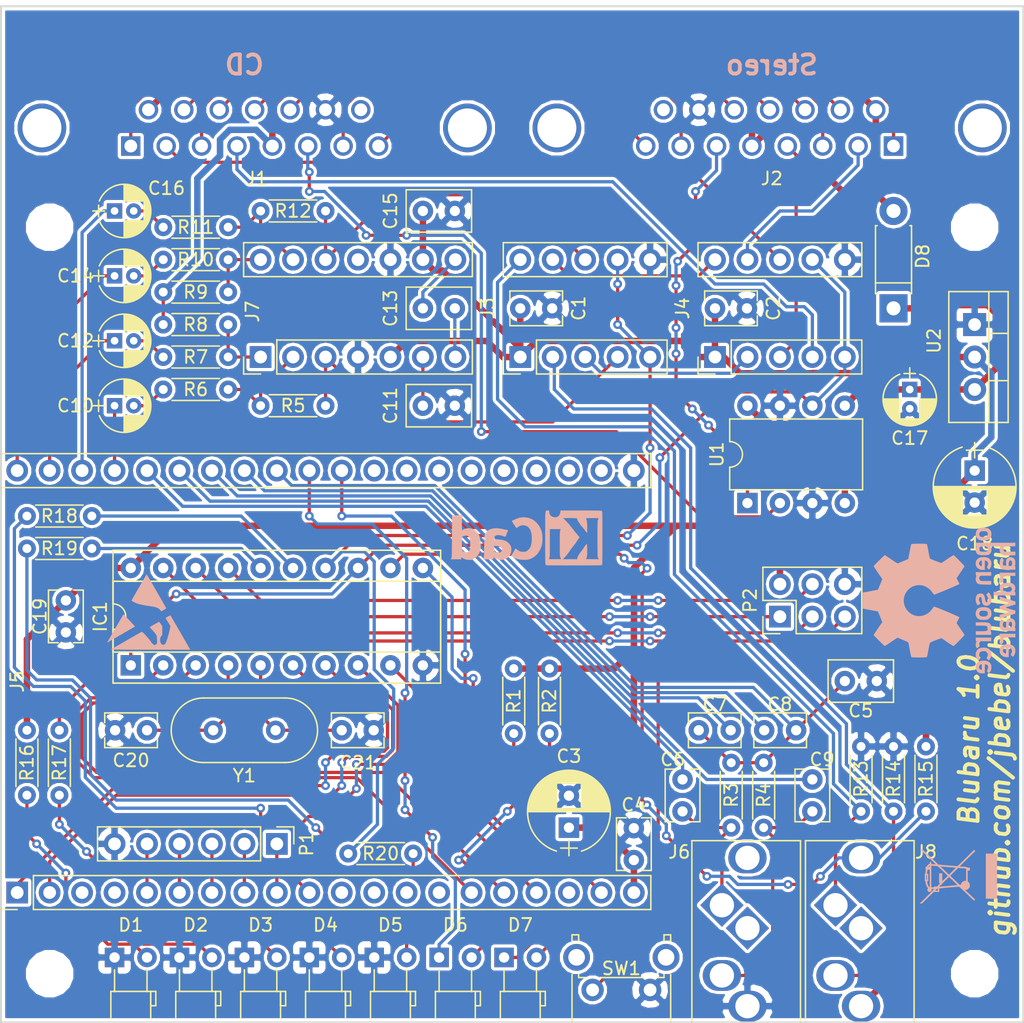
<source format=kicad_pcb>
(kicad_pcb (version 4) (host pcbnew 4.0.7+dfsg1-1)
  (title_block (title Blubaru))
  (layers (0 Top signal hide) (31 Bottom signal) (36 B.SilkS user) (37 F.SilkS user) (38 B.Mask user hide) (39 F.Mask user hide) (44 Edge.Cuts user))
  (net 0 "")
  (net 1 GND)
  (net 2 VCC)
  (net 3 "/DB-15 interconnects/Modules/Bluetooth Module/Microphone/MIC_BIAS")
  (net 4 "/DB-15 interconnects/Modules/Bluetooth Module/Microphone/MIC_R-")
  (net 5 "/DB-15 interconnects/Modules/Bluetooth Module/Microphone/MIC_L+")
  (net 6 "/DB-15 interconnects/Modules/Bluetooth Module/Microphone/MIC_L-")
  (net 7 "/DB-15 interconnects/Modules/Bluetooth Module/Microphone/MIC_R+")
  (net 8 "/DB-15 interconnects/Modules/Audio switch/BT_L")
  (net 9 "Net-(C10-Pad2)")
  (net 10 "Net-(C11-Pad1)")
  (net 11 "Net-(C13-Pad1)")
  (net 12 "/DB-15 interconnects/Modules/Audio switch/BT_R")
  (net 13 "Net-(C14-Pad2)")
  (net 14 "/DB-15 interconnects/13_IN")
  (net 15 "/DB-15 interconnects/1_IN")
  (net 16 "/DB-15 interconnects/2_IN")
  (net 17 "/DB-15 interconnects/3_IN")
  (net 18 "/DB-15 interconnects/4_IN")
  (net 19 "/DB-15 interconnects/6_IN")
  (net 20 "/DB-15 interconnects/7_IN")
  (net 21 "/DB-15 interconnects/8_IN")
  (net 22 +12V)
  (net 23 "/DB-15 interconnects/10_IN")
  (net 24 "/DB-15 interconnects/11_IN")
  (net 25 "/DB-15 interconnects/12_IN")
  (net 26 "/DB-15 interconnects/6_OUT")
  (net 27 "/DB-15 interconnects/4_OUT")
  (net 28 "/DB-15 interconnects/2_OUT")
  (net 29 "/DB-15 interconnects/Modules/Audio switch/BT_TRG")
  (net 30 "/DB-15 interconnects/Modules/Bluetooth Module/UART_RX")
  (net 31 "/DB-15 interconnects/Modules/Bluetooth Module/UART_TX")
  (net 32 "/DB-15 interconnects/Modules/Bluetooth Module/CMD")
  (net 33 "/DB-15 interconnects/Modules/Bluetooth Module/EVENT")
  (net 34 "/DB-15 interconnects/Modules/Bluetooth Module/VOL+")
  (net 35 "/DB-15 interconnects/Modules/Bluetooth Module/NEXT")
  (net 36 "/DB-15 interconnects/Modules/Bluetooth Module/PLAY")
  (net 37 "/DB-15 interconnects/Modules/Bluetooth Module/PREV")
  (net 38 "/DB-15 interconnects/Modules/Bluetooth Module/VOL-")
  (net 39 "Net-(C6-Pad1)")
  (net 40 "/DB-15 interconnects/Modules/Bluetooth Module/Line Driver/R-")
  (net 41 "/DB-15 interconnects/Modules/Bluetooth Module/Line Driver/R+")
  (net 42 "Net-(C12-Pad2)")
  (net 43 "Net-(C13-Pad2)")
  (net 44 "/DB-15 interconnects/Modules/Bluetooth Module/Line Driver/L+")
  (net 45 "/DB-15 interconnects/Modules/Bluetooth Module/Line Driver/L-")
  (net 46 "Net-(C16-Pad2)")
  (net 47 "Net-(C20-Pad1)")
  (net 48 "Net-(C21-Pad1)")
  (net 49 "Net-(D2-Pad2)")
  (net 50 "Net-(D4-Pad2)")
  (net 51 "Net-(D5-Pad2)")
  (net 52 "Net-(D6-Pad2)")
  (net 53 "/DB-15 interconnects/Modules/Bluetooth Module/9600")
  (net 54 "/DB-15 interconnects/Modules/Bluetooth Module/PWR_EN")
  (net 55 "/DB-15 interconnects/Modules/Microcontroller/LED1")
  (net 56 "/DB-15 interconnects/Modules/Microcontroller/LED2")
  (net 57 "/DB-15 interconnects/Modules/Line In/JACK_SENSE")
  (net 58 "/DB-15 interconnects/Modules/Microcontroller/MOSI")
  (net 59 "/DB-15 interconnects/Modules/Microcontroller/MISO")
  (net 60 "/DB-15 interconnects/Modules/Audio switch/LINE_TRG")
  (net 61 "/DB-15 interconnects/Modules/Microcontroller/SCK")
  (net 62 "Net-(J3-Pad9)")
  (net 63 "/DB-15 interconnects/Modules/Audio switch/LINE_R")
  (net 64 "/DB-15 interconnects/Modules/Audio switch/LINE_L")
  (net 65 "Net-(J3-Pad3)")
  (net 66 "Net-(J7-Pad13)")
  (net 67 "Net-(J7-Pad14)")
  (net 68 "Net-(J7-Pad1)")
  (net 69 "Net-(J7-Pad2)")
  (net 70 GNDA)
  (net 71 "Net-(D1-Pad2)")
  (net 72 "Net-(D7-Pad2)")
  (net 73 +BATT)
  (net 74 "Net-(C9-Pad1)")
  (net 75 "Net-(D3-Pad2)")
  (net 76 "Net-(D6-Pad1)")
  (net 77 "Net-(D7-Pad1)")
  (net 78 "/DB-15 interconnects/Modules/Microcontroller/RESET")
  (net 79 "/DB-15 interconnects/Modules/Microcontroller/BT_RESET")
  (net 80 "Net-(J1-Pad15)")
  (net 81 "Net-(J2-Pad15)")
  (net 82 "Net-(J5-Pad22)")
  (net 83 "Net-(J5-Pad23)")
  (net 84 "Net-(J5-Pad24)")
  (net 85 "Net-(J5-Pad25)")
  (net 86 "Net-(J5-Pad26)")
  (net 87 "Net-(J5-Pad27)")
  (net 88 "Net-(J5-Pad28)")
  (net 89 "Net-(J5-Pad29)")
  (net 90 "Net-(J5-Pad3)")
  (net 91 "Net-(J5-Pad4)")
  (net 92 "Net-(J5-Pad11)")
  (net 93 "Net-(J5-Pad12)")
  (net 94 "Net-(J5-Pad13)")
  (net 95 "Net-(J5-Pad14)")
  (net 96 "Net-(J5-Pad18)")
  (net 97 "Net-(J6-Pad5)")
  (net 98 "Net-(J6-Pad4)")
  (net 99 "Net-(J7-Pad11)")
  (net 100 "Net-(J8-Pad5)")
  (module blubaru:DIP-20_W7.62mm_Socket (layer Top) (at 121.92 116.84 90)
    (fp_text reference IC1 (at 3.81 -2.39 90) (layer F.SilkS))
    (fp_text value ATTINY4313-P)
    (pad 1 thru_hole rect (at 0 0 90) (size 1.6 1.6) (drill 0.8) (layers *.Cu *.Mask) (net 78 "/DB-15 interconnects/Modules/Microcontroller/RESET"))
    (pad 11 thru_hole oval (at 7.62 22.86 90) (size 1.6 1.6) (drill 0.8) (layers *.Cu *.Mask) (net 54 "/DB-15 interconnects/Modules/Bluetooth Module/PWR_EN"))
    (pad 2 thru_hole oval (at 0 2.54 90) (size 1.6 1.6) (drill 0.8) (layers *.Cu *.Mask) (net 31 "/DB-15 interconnects/Modules/Bluetooth Module/UART_TX"))
    (pad 12 thru_hole oval (at 7.62 20.32 90) (size 1.6 1.6) (drill 0.8) (layers *.Cu *.Mask) (net 57 "/DB-15 interconnects/Modules/Line In/JACK_SENSE"))
    (pad 3 thru_hole oval (at 0 5.08 90) (size 1.6 1.6) (drill 0.8) (layers *.Cu *.Mask) (net 30 "/DB-15 interconnects/Modules/Bluetooth Module/UART_RX"))
    (pad 13 thru_hole oval (at 7.62 17.78 90) (size 1.6 1.6) (drill 0.8) (layers *.Cu *.Mask) (net 29 "/DB-15 interconnects/Modules/Audio switch/BT_TRG"))
    (pad 4 thru_hole oval (at 0 7.62 90) (size 1.6 1.6) (drill 0.8) (layers *.Cu *.Mask) (net 47 "Net-(C20-Pad1)"))
    (pad 14 thru_hole oval (at 7.62 15.24 90) (size 1.6 1.6) (drill 0.8) (layers *.Cu *.Mask) (net 60 "/DB-15 interconnects/Modules/Audio switch/LINE_TRG"))
    (pad 5 thru_hole oval (at 0 10.16 90) (size 1.6 1.6) (drill 0.8) (layers *.Cu *.Mask) (net 48 "Net-(C21-Pad1)"))
    (pad 15 thru_hole oval (at 7.62 12.7 90) (size 1.6 1.6) (drill 0.8) (layers *.Cu *.Mask) (net 56 "/DB-15 interconnects/Modules/Microcontroller/LED2"))
    (pad 6 thru_hole oval (at 0 12.7 90) (size 1.6 1.6) (drill 0.8) (layers *.Cu *.Mask) (net 79 "/DB-15 interconnects/Modules/Microcontroller/BT_RESET"))
    (pad 16 thru_hole oval (at 7.62 10.16 90) (size 1.6 1.6) (drill 0.8) (layers *.Cu *.Mask) (net 55 "/DB-15 interconnects/Modules/Microcontroller/LED1"))
    (pad 7 thru_hole oval (at 0 15.24 90) (size 1.6 1.6) (drill 0.8) (layers *.Cu *.Mask) (net 33 "/DB-15 interconnects/Modules/Bluetooth Module/EVENT"))
    (pad 17 thru_hole oval (at 7.62 7.62 90) (size 1.6 1.6) (drill 0.8) (layers *.Cu *.Mask) (net 58 "/DB-15 interconnects/Modules/Microcontroller/MOSI"))
    (pad 8 thru_hole oval (at 0 17.78 90) (size 1.6 1.6) (drill 0.8) (layers *.Cu *.Mask) (net 32 "/DB-15 interconnects/Modules/Bluetooth Module/CMD"))
    (pad 18 thru_hole oval (at 7.62 5.08 90) (size 1.6 1.6) (drill 0.8) (layers *.Cu *.Mask) (net 59 "/DB-15 interconnects/Modules/Microcontroller/MISO"))
    (pad 9 thru_hole oval (at 0 20.32 90) (size 1.6 1.6) (drill 0.8) (layers *.Cu *.Mask) (net 53 "/DB-15 interconnects/Modules/Bluetooth Module/9600"))
    (pad 19 thru_hole oval (at 7.62 2.54 90) (size 1.6 1.6) (drill 0.8) (layers *.Cu *.Mask) (net 61 "/DB-15 interconnects/Modules/Microcontroller/SCK"))
    (pad 10 thru_hole oval (at 0 22.86 90) (size 1.6 1.6) (drill 0.8) (layers *.Cu *.Mask) (net 1 GND))
    (pad 20 thru_hole oval (at 7.62 0 90) (size 1.6 1.6) (drill 0.8) (layers *.Cu *.Mask) (net 2 VCC))
  )
  (module blubaru:RN52_Breakout (layer Top) (at 113.03 118.11 90)
    (fp_text reference J5 (at 0 0 90) (layer F.SilkS))
    (fp_text value RN52_BREAKOUT)
    (pad 21 thru_hole oval (at 16.51 48.26 90) (size 1.7 1.7) (drill 1) (layers *.Cu *.Mask) (net 1 GND))
    (pad 22 thru_hole oval (at 16.51 45.72 90) (size 1.7 1.7) (drill 1) (layers *.Cu *.Mask) (net 82 "Net-(J5-Pad22)"))
    (pad 23 thru_hole oval (at 16.51 43.18 90) (size 1.7 1.7) (drill 1) (layers *.Cu *.Mask) (net 83 "Net-(J5-Pad23)"))
    (pad 24 thru_hole oval (at 16.51 40.64 90) (size 1.7 1.7) (drill 1) (layers *.Cu *.Mask) (net 84 "Net-(J5-Pad24)"))
    (pad 25 thru_hole oval (at 16.51 38.1 90) (size 1.7 1.7) (drill 1) (layers *.Cu *.Mask) (net 85 "Net-(J5-Pad25)"))
    (pad 26 thru_hole oval (at 16.51 35.56 90) (size 1.7 1.7) (drill 1) (layers *.Cu *.Mask) (net 86 "Net-(J5-Pad26)"))
    (pad 27 thru_hole oval (at 16.51 33.02 90) (size 1.7 1.7) (drill 1) (layers *.Cu *.Mask) (net 87 "Net-(J5-Pad27)"))
    (pad 28 thru_hole oval (at 16.51 30.48 90) (size 1.7 1.7) (drill 1) (layers *.Cu *.Mask) (net 88 "Net-(J5-Pad28)"))
    (pad 29 thru_hole oval (at 16.51 27.94 90) (size 1.7 1.7) (drill 1) (layers *.Cu *.Mask) (net 89 "Net-(J5-Pad29)"))
    (pad 30 thru_hole oval (at 16.51 25.4 90) (size 1.7 1.7) (drill 1) (layers *.Cu *.Mask) (net 77 "Net-(D7-Pad1)"))
    (pad 31 thru_hole oval (at 16.51 22.86 90) (size 1.7 1.7) (drill 1) (layers *.Cu *.Mask) (net 76 "Net-(D6-Pad1)"))
    (pad 32 thru_hole oval (at 16.51 20.32 90) (size 1.7 1.7) (drill 1) (layers *.Cu *.Mask) (net 3 "/DB-15 interconnects/Modules/Bluetooth Module/Microphone/MIC_BIAS"))
    (pad 33 thru_hole oval (at 16.51 17.78 90) (size 1.7 1.7) (drill 1) (layers *.Cu *.Mask) (net 5 "/DB-15 interconnects/Modules/Bluetooth Module/Microphone/MIC_L+"))
    (pad 34 thru_hole oval (at 16.51 15.24 90) (size 1.7 1.7) (drill 1) (layers *.Cu *.Mask) (net 7 "/DB-15 interconnects/Modules/Bluetooth Module/Microphone/MIC_R+"))
    (pad 35 thru_hole oval (at 16.51 12.7 90) (size 1.7 1.7) (drill 1) (layers *.Cu *.Mask) (net 6 "/DB-15 interconnects/Modules/Bluetooth Module/Microphone/MIC_L-"))
    (pad 36 thru_hole oval (at 16.51 10.16 90) (size 1.7 1.7) (drill 1) (layers *.Cu *.Mask) (net 4 "/DB-15 interconnects/Modules/Bluetooth Module/Microphone/MIC_R-"))
    (pad 37 thru_hole oval (at 16.51 7.62 90) (size 1.7 1.7) (drill 1) (layers *.Cu *.Mask) (net 40 "/DB-15 interconnects/Modules/Bluetooth Module/Line Driver/R-"))
    (pad 38 thru_hole oval (at 16.51 5.08 90) (size 1.7 1.7) (drill 1) (layers *.Cu *.Mask) (net 45 "/DB-15 interconnects/Modules/Bluetooth Module/Line Driver/L-"))
    (pad 39 thru_hole oval (at 16.51 2.54 90) (size 1.7 1.7) (drill 1) (layers *.Cu *.Mask) (net 41 "/DB-15 interconnects/Modules/Bluetooth Module/Line Driver/R+"))
    (pad 40 thru_hole circle (at 16.51 0 90) (size 1.7 1.7) (drill 1) (layers *.Cu *.Mask) (net 44 "/DB-15 interconnects/Modules/Bluetooth Module/Line Driver/L+"))
    (pad 1 thru_hole rect (at -16.51 0 90) (size 1.7 1.7) (drill 1) (layers *.Cu *.Mask) (net 79 "/DB-15 interconnects/Modules/Microcontroller/BT_RESET"))
    (pad 2 thru_hole oval (at -16.51 2.54 90) (size 1.7 1.7) (drill 1) (layers *.Cu *.Mask) (net 33 "/DB-15 interconnects/Modules/Bluetooth Module/EVENT"))
    (pad 3 thru_hole oval (at -16.51 5.08 90) (size 1.7 1.7) (drill 1) (layers *.Cu *.Mask) (net 90 "Net-(J5-Pad3)"))
    (pad 4 thru_hole oval (at -16.51 7.62 90) (size 1.7 1.7) (drill 1) (layers *.Cu *.Mask) (net 91 "Net-(J5-Pad4)"))
    (pad 5 thru_hole oval (at -16.51 10.16 90) (size 1.7 1.7) (drill 1) (layers *.Cu *.Mask) (net 34 "/DB-15 interconnects/Modules/Bluetooth Module/VOL+"))
    (pad 6 thru_hole oval (at -16.51 12.7 90) (size 1.7 1.7) (drill 1) (layers *.Cu *.Mask) (net 35 "/DB-15 interconnects/Modules/Bluetooth Module/NEXT"))
    (pad 7 thru_hole oval (at -16.51 15.24 90) (size 1.7 1.7) (drill 1) (layers *.Cu *.Mask) (net 36 "/DB-15 interconnects/Modules/Bluetooth Module/PLAY"))
    (pad 8 thru_hole oval (at -16.51 17.78 90) (size 1.7 1.7) (drill 1) (layers *.Cu *.Mask) (net 37 "/DB-15 interconnects/Modules/Bluetooth Module/PREV"))
    (pad 9 thru_hole oval (at -16.51 20.32 90) (size 1.7 1.7) (drill 1) (layers *.Cu *.Mask) (net 38 "/DB-15 interconnects/Modules/Bluetooth Module/VOL-"))
    (pad 10 thru_hole oval (at -16.51 22.86 90) (size 1.7 1.7) (drill 1) (layers *.Cu *.Mask) (net 32 "/DB-15 interconnects/Modules/Bluetooth Module/CMD"))
    (pad 11 thru_hole oval (at -16.51 25.4 90) (size 1.7 1.7) (drill 1) (layers *.Cu *.Mask) (net 92 "Net-(J5-Pad11)"))
    (pad 12 thru_hole oval (at -16.51 27.94 90) (size 1.7 1.7) (drill 1) (layers *.Cu *.Mask) (net 93 "Net-(J5-Pad12)"))
    (pad 13 thru_hole oval (at -16.51 30.48 90) (size 1.7 1.7) (drill 1) (layers *.Cu *.Mask) (net 94 "Net-(J5-Pad13)"))
    (pad 14 thru_hole oval (at -16.51 33.02 90) (size 1.7 1.7) (drill 1) (layers *.Cu *.Mask) (net 95 "Net-(J5-Pad14)"))
    (pad 15 thru_hole oval (at -16.51 35.56 90) (size 1.7 1.7) (drill 1) (layers *.Cu *.Mask) (net 31 "/DB-15 interconnects/Modules/Bluetooth Module/UART_TX"))
    (pad 16 thru_hole oval (at -16.51 38.1 90) (size 1.7 1.7) (drill 1) (layers *.Cu *.Mask) (net 30 "/DB-15 interconnects/Modules/Bluetooth Module/UART_RX"))
    (pad 17 thru_hole oval (at -16.51 40.64 90) (size 1.7 1.7) (drill 1) (layers *.Cu *.Mask) (net 53 "/DB-15 interconnects/Modules/Bluetooth Module/9600"))
    (pad 18 thru_hole oval (at -16.51 43.18 90) (size 1.7 1.7) (drill 1) (layers *.Cu *.Mask) (net 96 "Net-(J5-Pad18)"))
    (pad 19 thru_hole oval (at -16.51 45.72 90) (size 1.7 1.7) (drill 1) (layers *.Cu *.Mask) (net 54 "/DB-15 interconnects/Modules/Bluetooth Module/PWR_EN"))
    (pad 20 thru_hole oval (at -16.51 48.26 90) (size 1.7 1.7) (drill 1) (layers *.Cu *.Mask) (net 2 VCC))
  )
  (module blubaru:C_Disc_D4.0mm_W2.6mm_P2.50mm (layer Top) (at 152.4 88.9)
    (fp_text reference C1 (at 4.572 0 90) (layer F.SilkS))
    (fp_text value 0.1uF)
    (pad 1 thru_hole circle (at 0 0) (size 1.6 1.6) (drill 0.8) (layers *.Cu *.Mask) (net 2 VCC))
    (pad 2 thru_hole circle (at 2.5 0) (size 1.6 1.6) (drill 0.8) (layers *.Cu *.Mask) (net 1 GND))
  )
  (module blubaru:C_Disc_D4.0mm_W2.6mm_P2.50mm (layer Top) (at 167.64 88.9)
    (fp_text reference C2 (at 4.572 0 90) (layer F.SilkS))
    (fp_text value 0.1uF)
    (pad 1 thru_hole circle (at 0 0) (size 1.6 1.6) (drill 0.8) (layers *.Cu *.Mask) (net 2 VCC))
    (pad 2 thru_hole circle (at 2.5 0) (size 1.6 1.6) (drill 0.8) (layers *.Cu *.Mask) (net 1 GND))
  )
  (module blubaru:CP_Radial_D6.3mm_P2.50mm (layer Top) (at 156.21 129.54 90)
    (fp_text reference C3 (at 5.588 0 180) (layer F.SilkS))
    (fp_text value 220uF)
    (pad 1 thru_hole rect (at 0 0 90) (size 1.6 1.6) (drill 0.8) (layers *.Cu *.Mask) (net 2 VCC))
    (pad 2 thru_hole circle (at 2.5 0 90) (size 1.6 1.6) (drill 0.8) (layers *.Cu *.Mask) (net 1 GND))
  )
  (module blubaru:C_Disc_D4.0mm_W2.6mm_P2.50mm (layer Top) (at 161.29 132.08 90)
    (fp_text reference C4 (at 4.318 0 180) (layer F.SilkS))
    (fp_text value 0.1uF)
    (pad 1 thru_hole circle (at 0 0 90) (size 1.6 1.6) (drill 0.8) (layers *.Cu *.Mask) (net 2 VCC))
    (pad 2 thru_hole circle (at 2.5 0 90) (size 1.6 1.6) (drill 0.8) (layers *.Cu *.Mask) (net 1 GND))
  )
  (module blubaru:C_Disc_D5.0mm_W3.2mm_P2.50mm (layer Top) (at 177.8 118.07)
    (fp_text reference C5 (at 1.25 2.326) (layer F.SilkS))
    (fp_text value 1uF)
    (pad 1 thru_hole circle (at 0 0) (size 1.6 1.6) (drill 0.8) (layers *.Cu *.Mask) (net 3 "/DB-15 interconnects/Modules/Bluetooth Module/Microphone/MIC_BIAS"))
    (pad 2 thru_hole circle (at 2.5 0) (size 1.6 1.6) (drill 0.8) (layers *.Cu *.Mask) (net 1 GND))
  )
  (module blubaru:C_Disc_D4.0mm_W2.6mm_P2.50mm (layer Top) (at 165.1 128.27 90)
    (fp_text reference C6 (at 4.064 -0.762 180) (layer F.SilkS))
    (fp_text value 0.047uF)
    (pad 1 thru_hole circle (at 0 0 90) (size 1.6 1.6) (drill 0.8) (layers *.Cu *.Mask) (net 39 "Net-(C6-Pad1)"))
    (pad 2 thru_hole circle (at 2.5 0 90) (size 1.6 1.6) (drill 0.8) (layers *.Cu *.Mask) (net 4 "/DB-15 interconnects/Modules/Bluetooth Module/Microphone/MIC_R-"))
  )
  (module blubaru:C_Disc_D4.0mm_W2.6mm_P2.50mm (layer Top) (at 166.37 121.92)
    (fp_text reference C7 (at 1.27 -2.032) (layer F.SilkS))
    (fp_text value 0.047uF)
    (pad 1 thru_hole circle (at 0 0) (size 1.6 1.6) (drill 0.8) (layers *.Cu *.Mask) (net 3 "/DB-15 interconnects/Modules/Bluetooth Module/Microphone/MIC_BIAS"))
    (pad 2 thru_hole circle (at 2.5 0) (size 1.6 1.6) (drill 0.8) (layers *.Cu *.Mask) (net 7 "/DB-15 interconnects/Modules/Bluetooth Module/Microphone/MIC_R+"))
  )
  (module blubaru:C_Disc_D4.0mm_W2.6mm_P2.50mm (layer Top) (at 173.99 121.92 180)
    (fp_text reference C8 (at 1.27 2.032 180) (layer F.SilkS))
    (fp_text value 0.047uF)
    (pad 1 thru_hole circle (at 0 0 180) (size 1.6 1.6) (drill 0.8) (layers *.Cu *.Mask) (net 3 "/DB-15 interconnects/Modules/Bluetooth Module/Microphone/MIC_BIAS"))
    (pad 2 thru_hole circle (at 2.5 0 180) (size 1.6 1.6) (drill 0.8) (layers *.Cu *.Mask) (net 5 "/DB-15 interconnects/Modules/Bluetooth Module/Microphone/MIC_L+"))
  )
  (module blubaru:C_Disc_D4.0mm_W2.6mm_P2.50mm (layer Top) (at 175.26 128.27 90)
    (fp_text reference C9 (at 4.064 0.762 180) (layer F.SilkS))
    (fp_text value 0.047uF)
    (pad 1 thru_hole circle (at 0 0 90) (size 1.6 1.6) (drill 0.8) (layers *.Cu *.Mask) (net 74 "Net-(C9-Pad1)"))
    (pad 2 thru_hole circle (at 2.5 0 90) (size 1.6 1.6) (drill 0.8) (layers *.Cu *.Mask) (net 6 "/DB-15 interconnects/Modules/Bluetooth Module/Microphone/MIC_L-"))
  )
  (module blubaru:CP_Radial_D4.0mm_P1.50mm (layer Top) (at 120.65 96.52)
    (fp_text reference C10 (at -3.048 0) (layer F.SilkS))
    (fp_text value 1uF)
    (pad 1 thru_hole rect (at 0 0) (size 1.2 1.2) (drill 0.6) (layers *.Cu *.Mask) (net 40 "/DB-15 interconnects/Modules/Bluetooth Module/Line Driver/R-"))
    (pad 2 thru_hole circle (at 1.5 0) (size 1.2 1.2) (drill 0.6) (layers *.Cu *.Mask) (net 9 "Net-(C10-Pad2)"))
  )
  (module blubaru:C_Disc_D5.0mm_W3.2mm_P2.50mm (layer Top) (at 144.78 96.52)
    (fp_text reference C11 (at -2.54 0 90) (layer F.SilkS))
    (fp_text value 1uF)
    (pad 1 thru_hole circle (at 0 0) (size 1.6 1.6) (drill 0.8) (layers *.Cu *.Mask) (net 10 "Net-(C11-Pad1)"))
    (pad 2 thru_hole circle (at 2.5 0) (size 1.6 1.6) (drill 0.8) (layers *.Cu *.Mask) (net 1 GND))
  )
  (module blubaru:CP_Radial_D4.0mm_P1.50mm (layer Top) (at 120.65 91.44)
    (fp_text reference C12 (at -3.048 0) (layer F.SilkS))
    (fp_text value 1uF)
    (pad 1 thru_hole rect (at 0 0) (size 1.2 1.2) (drill 0.6) (layers *.Cu *.Mask) (net 41 "/DB-15 interconnects/Modules/Bluetooth Module/Line Driver/R+"))
    (pad 2 thru_hole circle (at 1.5 0) (size 1.2 1.2) (drill 0.6) (layers *.Cu *.Mask) (net 42 "Net-(C12-Pad2)"))
  )
  (module blubaru:C_Disc_D5.0mm_W3.2mm_P2.50mm (layer Top) (at 144.78 88.9)
    (fp_text reference C13 (at -2.54 0 90) (layer F.SilkS))
    (fp_text value 1uF)
    (pad 1 thru_hole circle (at 0 0) (size 1.6 1.6) (drill 0.8) (layers *.Cu *.Mask) (net 11 "Net-(C13-Pad1)"))
    (pad 2 thru_hole circle (at 2.5 0) (size 1.6 1.6) (drill 0.8) (layers *.Cu *.Mask) (net 43 "Net-(C13-Pad2)"))
  )
  (module blubaru:CP_Radial_D4.0mm_P1.50mm (layer Top) (at 120.65 86.36)
    (fp_text reference C14 (at -3.048 0) (layer F.SilkS))
    (fp_text value 1uF)
    (pad 1 thru_hole rect (at 0 0) (size 1.2 1.2) (drill 0.6) (layers *.Cu *.Mask) (net 44 "/DB-15 interconnects/Modules/Bluetooth Module/Line Driver/L+"))
    (pad 2 thru_hole circle (at 1.5 0) (size 1.2 1.2) (drill 0.6) (layers *.Cu *.Mask) (net 13 "Net-(C14-Pad2)"))
  )
  (module blubaru:C_Disc_D5.0mm_W3.2mm_P2.50mm (layer Top) (at 144.78 81.28)
    (fp_text reference C15 (at -2.54 0 90) (layer F.SilkS))
    (fp_text value 1uF)
    (pad 1 thru_hole circle (at 0 0) (size 1.6 1.6) (drill 0.8) (layers *.Cu *.Mask) (net 2 VCC))
    (pad 2 thru_hole circle (at 2.5 0) (size 1.6 1.6) (drill 0.8) (layers *.Cu *.Mask) (net 1 GND))
  )
  (module blubaru:CP_Radial_D4.0mm_P1.50mm (layer Top) (at 120.65 81.28)
    (fp_text reference C16 (at 4.064 -1.778) (layer F.SilkS))
    (fp_text value 1uF)
    (pad 1 thru_hole rect (at 0 0) (size 1.2 1.2) (drill 0.6) (layers *.Cu *.Mask) (net 45 "/DB-15 interconnects/Modules/Bluetooth Module/Line Driver/L-"))
    (pad 2 thru_hole circle (at 1.5 0) (size 1.2 1.2) (drill 0.6) (layers *.Cu *.Mask) (net 46 "Net-(C16-Pad2)"))
  )
  (module blubaru:CP_Radial_D4.0mm_P1.50mm (layer Top) (at 182.88 95.25 270)
    (fp_text reference C17 (at 3.81 0 360) (layer F.SilkS))
    (fp_text value 10uF)
    (pad 1 thru_hole rect (at 0 0 270) (size 1.2 1.2) (drill 0.6) (layers *.Cu *.Mask) (net 22 +12V))
    (pad 2 thru_hole circle (at 1.5 0 270) (size 1.2 1.2) (drill 0.6) (layers *.Cu *.Mask) (net 1 GND))
  )
  (module blubaru:CP_Radial_D6.3mm_P2.50mm (layer Top) (at 187.96 101.6 270)
    (fp_text reference C18 (at 5.715 0 360) (layer F.SilkS))
    (fp_text value 100uF)
    (pad 1 thru_hole rect (at 0 0 270) (size 1.6 1.6) (drill 0.8) (layers *.Cu *.Mask) (net 2 VCC))
    (pad 2 thru_hole circle (at 2.5 0 270) (size 1.6 1.6) (drill 0.8) (layers *.Cu *.Mask) (net 1 GND))
  )
  (module blubaru:C_Disc_D4.0mm_W2.6mm_P2.50mm (layer Top) (at 116.84 111.76 270)
    (fp_text reference C19 (at 1.25 2.032 270) (layer F.SilkS))
    (fp_text value 0.1uF)
    (pad 1 thru_hole circle (at 0 0 270) (size 1.6 1.6) (drill 0.8) (layers *.Cu *.Mask) (net 2 VCC))
    (pad 2 thru_hole circle (at 2.5 0 270) (size 1.6 1.6) (drill 0.8) (layers *.Cu *.Mask) (net 1 GND))
  )
  (module blubaru:C_Disc_D4.0mm_W2.6mm_P2.50mm (layer Top) (at 123.19 121.92 180)
    (fp_text reference C20 (at 1.25 -2.36 180) (layer F.SilkS))
    (fp_text value 22pF)
    (pad 1 thru_hole circle (at 0 0 180) (size 1.6 1.6) (drill 0.8) (layers *.Cu *.Mask) (net 47 "Net-(C20-Pad1)"))
    (pad 2 thru_hole circle (at 2.5 0 180) (size 1.6 1.6) (drill 0.8) (layers *.Cu *.Mask) (net 1 GND))
  )
  (module blubaru:C_Disc_D4.0mm_W2.6mm_P2.50mm (layer Top) (at 138.43 121.92)
    (fp_text reference C21 (at 1.27 2.54) (layer F.SilkS))
    (fp_text value 22pF)
    (pad 1 thru_hole circle (at 0 0) (size 1.6 1.6) (drill 0.8) (layers *.Cu *.Mask) (net 48 "Net-(C21-Pad1)"))
    (pad 2 thru_hole circle (at 2.5 0) (size 1.6 1.6) (drill 0.8) (layers *.Cu *.Mask) (net 1 GND))
  )
  (module blubaru:LED_D3.0mm_Horizontal_O1.27mm_Z6.0mm (layer Top) (at 120.65 139.7)
    (fp_text reference D1 (at 1.27 -2.54) (layer F.SilkS))
    (fp_text value "R LED")
    (pad 1 thru_hole rect (at 0 0) (size 1.524 1.524) (drill 0.8128) (layers *.Cu *.Mask) (net 1 GND))
    (pad 2 thru_hole circle (at 2.54 0) (size 1.524 1.524) (drill 0.8128) (layers *.Cu *.Mask) (net 71 "Net-(D1-Pad2)"))
  )
  (module blubaru:LED_D3.0mm_Horizontal_O1.27mm_Z6.0mm (layer Top) (at 125.73 139.7)
    (fp_text reference D2 (at 1.27 -2.54) (layer F.SilkS))
    (fp_text value "B LED")
    (pad 1 thru_hole rect (at 0 0) (size 1.524 1.524) (drill 0.8128) (layers *.Cu *.Mask) (net 1 GND))
    (pad 2 thru_hole circle (at 2.54 0) (size 1.524 1.524) (drill 0.8128) (layers *.Cu *.Mask) (net 49 "Net-(D2-Pad2)"))
  )
  (module blubaru:LED_D3.0mm_Horizontal_O1.27mm_Z6.0mm (layer Top) (at 130.81 139.7)
    (fp_text reference D3 (at 1.27 -2.54) (layer F.SilkS))
    (fp_text value "Y LED")
    (pad 1 thru_hole rect (at 0 0) (size 1.524 1.524) (drill 0.8128) (layers *.Cu *.Mask) (net 1 GND))
    (pad 2 thru_hole circle (at 2.54 0) (size 1.524 1.524) (drill 0.8128) (layers *.Cu *.Mask) (net 75 "Net-(D3-Pad2)"))
  )
  (module blubaru:LED_D3.0mm_Horizontal_O1.27mm_Z6.0mm (layer Top) (at 135.89 139.7)
    (fp_text reference D4 (at 1.27 -2.54) (layer F.SilkS))
    (fp_text value "O LED")
    (pad 1 thru_hole rect (at 0 0) (size 1.524 1.524) (drill 0.8128) (layers *.Cu *.Mask) (net 1 GND))
    (pad 2 thru_hole circle (at 2.54 0) (size 1.524 1.524) (drill 0.8128) (layers *.Cu *.Mask) (net 50 "Net-(D4-Pad2)"))
  )
  (module blubaru:LED_D3.0mm_Horizontal_O1.27mm_Z6.0mm (layer Top) (at 140.97 139.7)
    (fp_text reference D5 (at 1.27 -2.54) (layer F.SilkS))
    (fp_text value "G LED")
    (pad 1 thru_hole rect (at 0 0) (size 1.524 1.524) (drill 0.8128) (layers *.Cu *.Mask) (net 1 GND))
    (pad 2 thru_hole circle (at 2.54 0) (size 1.524 1.524) (drill 0.8128) (layers *.Cu *.Mask) (net 51 "Net-(D5-Pad2)"))
  )
  (module blubaru:LED_D3.0mm_Horizontal_O1.27mm_Z6.0mm (layer Top) (at 146.05 139.7)
    (fp_text reference D6 (at 1.27 -2.54) (layer F.SilkS))
    (fp_text value "B LED")
    (pad 1 thru_hole rect (at 0 0) (size 1.524 1.524) (drill 0.8128) (layers *.Cu *.Mask) (net 76 "Net-(D6-Pad1)"))
    (pad 2 thru_hole circle (at 2.54 0) (size 1.524 1.524) (drill 0.8128) (layers *.Cu *.Mask) (net 52 "Net-(D6-Pad2)"))
  )
  (module blubaru:LED_D3.0mm_Horizontal_O1.27mm_Z6.0mm (layer Top) (at 151.13 139.7)
    (fp_text reference D7 (at 1.27 -2.54) (layer F.SilkS))
    (fp_text value "R LED")
    (pad 1 thru_hole rect (at 0 0) (size 1.524 1.524) (drill 0.8128) (layers *.Cu *.Mask) (net 77 "Net-(D7-Pad1)"))
    (pad 2 thru_hole circle (at 2.54 0) (size 1.524 1.524) (drill 0.8128) (layers *.Cu *.Mask) (net 72 "Net-(D7-Pad2)"))
  )
  (module Diodes_THT:D_DO-41_SOD81_P7.62mm_Horizontal (layer Top) (at 181.61 88.9 90)
    (fp_text reference D8 (at 4.064 2.286 90) (layer F.SilkS))
    (fp_text value D)
    (pad 1 thru_hole rect (at 0 0 90) (size 2.2 2.2) (drill 1.1) (layers *.Cu *.Mask) (net 22 +12V))
    (pad 2 thru_hole oval (at 7.62 0 90) (size 2.2 2.2) (drill 1.1) (layers *.Cu *.Mask) (net 73 +BATT))
  )
  (module blubaru:DB15FC (layer Top) (at 121.92 76.2)
    (fp_text reference J1 (at 9.86 2.54) (layer F.SilkS))
    (fp_text value DB15)
    (pad "" thru_hole circle (at 26.345 -1.42) (size 3.81 3.81) (drill 3.05) (layers *.Cu *.Mask))
    (pad "" thru_hole circle (at -6.955 -1.42) (size 3.81 3.81) (drill 3.05) (layers *.Cu *.Mask))
    (pad 1 thru_hole rect (at 0 0) (size 1.52 1.52) (drill 1) (layers *.Cu *.Mask) (net 15 "/DB-15 interconnects/1_IN"))
    (pad 2 thru_hole circle (at 2.77 0) (size 1.52 1.52) (drill 1) (layers *.Cu *.Mask) (net 16 "/DB-15 interconnects/2_IN"))
    (pad 3 thru_hole circle (at 5.54 0) (size 1.52 1.52) (drill 1) (layers *.Cu *.Mask) (net 17 "/DB-15 interconnects/3_IN"))
    (pad 4 thru_hole circle (at 8.31 0) (size 1.52 1.52) (drill 1) (layers *.Cu *.Mask) (net 18 "/DB-15 interconnects/4_IN"))
    (pad 5 thru_hole circle (at 11.08 0) (size 1.52 1.52) (drill 1) (layers *.Cu *.Mask) (net 70 GNDA))
    (pad 6 thru_hole circle (at 13.85 0) (size 1.52 1.52) (drill 1) (layers *.Cu *.Mask) (net 19 "/DB-15 interconnects/6_IN"))
    (pad 7 thru_hole circle (at 16.62 0) (size 1.52 1.52) (drill 1) (layers *.Cu *.Mask) (net 20 "/DB-15 interconnects/7_IN"))
    (pad 8 thru_hole circle (at 19.39 0) (size 1.52 1.52) (drill 1) (layers *.Cu *.Mask) (net 21 "/DB-15 interconnects/8_IN"))
    (pad 9 thru_hole circle (at 1.385 -2.84) (size 1.52 1.52) (drill 1) (layers *.Cu *.Mask) (net 73 +BATT))
    (pad 10 thru_hole circle (at 4.155 -2.84) (size 1.52 1.52) (drill 1) (layers *.Cu *.Mask) (net 23 "/DB-15 interconnects/10_IN"))
    (pad 11 thru_hole circle (at 6.925 -2.84) (size 1.52 1.52) (drill 1) (layers *.Cu *.Mask) (net 24 "/DB-15 interconnects/11_IN"))
    (pad 12 thru_hole circle (at 9.695 -2.84) (size 1.52 1.52) (drill 1) (layers *.Cu *.Mask) (net 25 "/DB-15 interconnects/12_IN"))
    (pad 13 thru_hole circle (at 12.465 -2.84) (size 1.52 1.52) (drill 1) (layers *.Cu *.Mask) (net 14 "/DB-15 interconnects/13_IN"))
    (pad 14 thru_hole circle (at 15.235 -2.84) (size 1.52 1.52) (drill 1) (layers *.Cu *.Mask) (net 1 GND))
    (pad 15 thru_hole circle (at 18.005 -2.84) (size 1.52 1.52) (drill 1) (layers *.Cu *.Mask) (net 80 "Net-(J1-Pad15)"))
  )
  (module blubaru:DB15MC (layer Top) (at 181.61 76.2)
    (fp_text reference J2 (at -9.53 2.54) (layer F.SilkS))
    (fp_text value DB15)
    (pad "" thru_hole circle (at 6.955 -1.42) (size 3.81 3.81) (drill 3.05) (layers *.Cu *.Mask))
    (pad "" thru_hole circle (at -26.345 -1.42) (size 3.81 3.81) (drill 3.05) (layers *.Cu *.Mask))
    (pad 8 thru_hole circle (at -19.39 0) (size 1.52 1.52) (drill 1) (layers *.Cu *.Mask) (net 21 "/DB-15 interconnects/8_IN"))
    (pad 7 thru_hole circle (at -16.62 0) (size 1.52 1.52) (drill 1) (layers *.Cu *.Mask) (net 20 "/DB-15 interconnects/7_IN"))
    (pad 6 thru_hole circle (at -13.85 0) (size 1.52 1.52) (drill 1) (layers *.Cu *.Mask) (net 26 "/DB-15 interconnects/6_OUT"))
    (pad 5 thru_hole circle (at -11.08 0) (size 1.52 1.52) (drill 1) (layers *.Cu *.Mask) (net 70 GNDA))
    (pad 4 thru_hole circle (at -8.31 0) (size 1.52 1.52) (drill 1) (layers *.Cu *.Mask) (net 27 "/DB-15 interconnects/4_OUT"))
    (pad 3 thru_hole circle (at -5.54 0) (size 1.52 1.52) (drill 1) (layers *.Cu *.Mask) (net 17 "/DB-15 interconnects/3_IN"))
    (pad 2 thru_hole circle (at -2.77 0) (size 1.52 1.52) (drill 1) (layers *.Cu *.Mask) (net 28 "/DB-15 interconnects/2_OUT"))
    (pad 1 thru_hole rect (at 0 0) (size 1.52 1.52) (drill 1) (layers *.Cu *.Mask) (net 15 "/DB-15 interconnects/1_IN"))
    (pad 15 thru_hole circle (at -18.005 -2.84) (size 1.52 1.52) (drill 1) (layers *.Cu *.Mask) (net 81 "Net-(J2-Pad15)"))
    (pad 14 thru_hole circle (at -15.235 -2.84) (size 1.52 1.52) (drill 1) (layers *.Cu *.Mask) (net 1 GND))
    (pad 13 thru_hole circle (at -12.465 -2.84) (size 1.52 1.52) (drill 1) (layers *.Cu *.Mask) (net 14 "/DB-15 interconnects/13_IN"))
    (pad 12 thru_hole circle (at -9.695 -2.84) (size 1.52 1.52) (drill 1) (layers *.Cu *.Mask) (net 25 "/DB-15 interconnects/12_IN"))
    (pad 11 thru_hole circle (at -6.925 -2.84) (size 1.52 1.52) (drill 1) (layers *.Cu *.Mask) (net 24 "/DB-15 interconnects/11_IN"))
    (pad 10 thru_hole circle (at -4.155 -2.84) (size 1.52 1.52) (drill 1) (layers *.Cu *.Mask) (net 23 "/DB-15 interconnects/10_IN"))
    (pad 9 thru_hole circle (at -1.385 -2.84) (size 1.52 1.52) (drill 1) (layers *.Cu *.Mask) (net 73 +BATT))
  )
  (module blubaru:TS5A22364-Q1 (layer Top) (at 152.4 88.9 90)
    (fp_text reference J3 (at 0 -2.54 90) (layer F.SilkS))
    (fp_text value TS5A22364-Q1)
    (pad 6 thru_hole oval (at 3.81 10.16 90) (size 1.7 1.7) (drill 1) (layers *.Cu *.Mask) (net 1 GND))
    (pad 7 thru_hole oval (at 3.81 7.62 90) (size 1.7 1.7) (drill 1) (layers *.Cu *.Mask) (net 60 "/DB-15 interconnects/Modules/Audio switch/LINE_TRG"))
    (pad 8 thru_hole oval (at 3.81 5.08 90) (size 1.7 1.7) (drill 1) (layers *.Cu *.Mask) (net 12 "/DB-15 interconnects/Modules/Audio switch/BT_R"))
    (pad 9 thru_hole oval (at 3.81 2.54 90) (size 1.7 1.7) (drill 1) (layers *.Cu *.Mask) (net 62 "Net-(J3-Pad9)"))
    (pad 10 thru_hole circle (at 3.81 0 90) (size 1.7 1.7) (drill 1) (layers *.Cu *.Mask) (net 63 "/DB-15 interconnects/Modules/Audio switch/LINE_R"))
    (pad 1 thru_hole rect (at -3.81 0 90) (size 1.7 1.7) (drill 1) (layers *.Cu *.Mask) (net 2 VCC))
    (pad 2 thru_hole oval (at -3.81 2.54 90) (size 1.7 1.7) (drill 1) (layers *.Cu *.Mask) (net 64 "/DB-15 interconnects/Modules/Audio switch/LINE_L"))
    (pad 3 thru_hole oval (at -3.81 5.08 90) (size 1.7 1.7) (drill 1) (layers *.Cu *.Mask) (net 65 "Net-(J3-Pad3)"))
    (pad 4 thru_hole oval (at -3.81 7.62 90) (size 1.7 1.7) (drill 1) (layers *.Cu *.Mask) (net 8 "/DB-15 interconnects/Modules/Audio switch/BT_L"))
    (pad 5 thru_hole oval (at -3.81 10.16 90) (size 1.7 1.7) (drill 1) (layers *.Cu *.Mask) (net 60 "/DB-15 interconnects/Modules/Audio switch/LINE_TRG"))
  )
  (module blubaru:TS5A22364-Q1 (layer Top) (at 167.64 88.9 90)
    (fp_text reference J4 (at 0 -2.54 90) (layer F.SilkS))
    (fp_text value TS5A22364-Q1)
    (pad 6 thru_hole oval (at 3.81 10.16 90) (size 1.7 1.7) (drill 1) (layers *.Cu *.Mask) (net 1 GND))
    (pad 7 thru_hole oval (at 3.81 7.62 90) (size 1.7 1.7) (drill 1) (layers *.Cu *.Mask) (net 29 "/DB-15 interconnects/Modules/Audio switch/BT_TRG"))
    (pad 8 thru_hole oval (at 3.81 5.08 90) (size 1.7 1.7) (drill 1) (layers *.Cu *.Mask) (net 16 "/DB-15 interconnects/2_IN"))
    (pad 9 thru_hole oval (at 3.81 2.54 90) (size 1.7 1.7) (drill 1) (layers *.Cu *.Mask) (net 28 "/DB-15 interconnects/2_OUT"))
    (pad 10 thru_hole circle (at 3.81 0 90) (size 1.7 1.7) (drill 1) (layers *.Cu *.Mask) (net 62 "Net-(J3-Pad9)"))
    (pad 1 thru_hole rect (at -3.81 0 90) (size 1.7 1.7) (drill 1) (layers *.Cu *.Mask) (net 2 VCC))
    (pad 2 thru_hole oval (at -3.81 2.54 90) (size 1.7 1.7) (drill 1) (layers *.Cu *.Mask) (net 65 "Net-(J3-Pad3)"))
    (pad 3 thru_hole oval (at -3.81 5.08 90) (size 1.7 1.7) (drill 1) (layers *.Cu *.Mask) (net 27 "/DB-15 interconnects/4_OUT"))
    (pad 4 thru_hole oval (at -3.81 7.62 90) (size 1.7 1.7) (drill 1) (layers *.Cu *.Mask) (net 18 "/DB-15 interconnects/4_IN"))
    (pad 5 thru_hole oval (at -3.81 10.16 90) (size 1.7 1.7) (drill 1) (layers *.Cu *.Mask) (net 29 "/DB-15 interconnects/Modules/Audio switch/BT_TRG"))
  )
  (module blubaru:sj1-353xng (layer Top) (at 170.18 143.51 90)
    (fp_text reference J6 (at 12.065 -5.334 180) (layer F.SilkS))
    (fp_text value JACK_TRS_5PINS)
    (pad 5 thru_hole rect (at 6.1 0 135) (size 2.4 2.4) (drill 1.9) (layers *.Cu *.Mask) (net 97 "Net-(J6-Pad5)"))
    (pad 4 thru_hole oval (at 11.6 0 90) (size 2.4 3) (drill 1.9) (layers *.Cu *.Mask) (net 98 "Net-(J6-Pad4)"))
    (pad 3 thru_hole rect (at 7.9 -2 135) (size 2.4 2.4) (drill 1.9) (layers *.Cu *.Mask) (net 39 "Net-(C6-Pad1)"))
    (pad 2 thru_hole oval (at 2.4 -2 90) (size 2.4 3) (drill 1.9) (layers *.Cu *.Mask) (net 74 "Net-(C9-Pad1)"))
    (pad 1 thru_hole oval (at 0 0 90) (size 2.4 3) (drill 1.9) (layers *.Cu *.Mask) (net 1 GND))
  )
  (module blubaru:DRV632 (layer Top) (at 132.08 88.9 90)
    (fp_text reference J7 (at -0.254 -0.635 90) (layer F.SilkS))
    (fp_text value DRV632)
    (pad 8 thru_hole oval (at 3.81 15.24 90) (size 1.7 1.7) (drill 1) (layers *.Cu *.Mask) (net 11 "Net-(C13-Pad1)"))
    (pad 9 thru_hole oval (at 3.81 12.7 90) (size 1.7 1.7) (drill 1) (layers *.Cu *.Mask) (net 2 VCC))
    (pad 10 thru_hole oval (at 3.81 10.16 90) (size 1.7 1.7) (drill 1) (layers *.Cu *.Mask) (net 1 GND))
    (pad 11 thru_hole oval (at 3.81 7.62 90) (size 1.7 1.7) (drill 1) (layers *.Cu *.Mask) (net 99 "Net-(J7-Pad11)"))
    (pad 12 thru_hole oval (at 3.81 5.08 90) (size 1.7 1.7) (drill 1) (layers *.Cu *.Mask) (net 12 "/DB-15 interconnects/Modules/Audio switch/BT_R"))
    (pad 13 thru_hole oval (at 3.81 2.54 90) (size 1.7 1.7) (drill 1) (layers *.Cu *.Mask) (net 66 "Net-(J7-Pad13)"))
    (pad 14 thru_hole circle (at 3.81 0 90) (size 1.7 1.7) (drill 1) (layers *.Cu *.Mask) (net 67 "Net-(J7-Pad14)"))
    (pad 1 thru_hole rect (at -3.81 0 90) (size 1.7 1.7) (drill 1) (layers *.Cu *.Mask) (net 68 "Net-(J7-Pad1)"))
    (pad 2 thru_hole oval (at -3.81 2.54 90) (size 1.7 1.7) (drill 1) (layers *.Cu *.Mask) (net 69 "Net-(J7-Pad2)"))
    (pad 3 thru_hole oval (at -3.81 5.08 90) (size 1.7 1.7) (drill 1) (layers *.Cu *.Mask) (net 8 "/DB-15 interconnects/Modules/Audio switch/BT_L"))
    (pad 4 thru_hole oval (at -3.81 7.62 90) (size 1.7 1.7) (drill 1) (layers *.Cu *.Mask) (net 1 GND))
    (pad 5 thru_hole oval (at -3.81 10.16 90) (size 1.7 1.7) (drill 1) (layers *.Cu *.Mask) (net 2 VCC))
    (pad 6 thru_hole oval (at -3.81 12.7 90) (size 1.7 1.7) (drill 1) (layers *.Cu *.Mask) (net 10 "Net-(C11-Pad1)"))
    (pad 7 thru_hole oval (at -3.81 15.24 90) (size 1.7 1.7) (drill 1) (layers *.Cu *.Mask) (net 43 "Net-(C13-Pad2)"))
  )
  (module blubaru:sj1-353xng (layer Top) (at 179.07 143.51 90)
    (fp_text reference J8 (at 12.065 5.08 180) (layer F.SilkS))
    (fp_text value JACK_TRS_5PINS)
    (pad 5 thru_hole rect (at 6.1 0 135) (size 2.4 2.4) (drill 1.9) (layers *.Cu *.Mask) (net 100 "Net-(J8-Pad5)"))
    (pad 4 thru_hole oval (at 11.6 0 90) (size 2.4 3) (drill 1.9) (layers *.Cu *.Mask) (net 57 "/DB-15 interconnects/Modules/Line In/JACK_SENSE"))
    (pad 3 thru_hole rect (at 7.9 -2 135) (size 2.4 2.4) (drill 1.9) (layers *.Cu *.Mask) (net 63 "/DB-15 interconnects/Modules/Audio switch/LINE_R"))
    (pad 2 thru_hole oval (at 2.4 -2 90) (size 2.4 3) (drill 1.9) (layers *.Cu *.Mask) (net 64 "/DB-15 interconnects/Modules/Audio switch/LINE_L"))
    (pad 1 thru_hole oval (at 0 0 90) (size 2.4 3) (drill 1.9) (layers *.Cu *.Mask) (net 70 GNDA))
  )
  (module Pin_Headers:Pin_Header_Straight_1x06_Pitch2.54mm (layer Top) (at 133.35 130.81 270)
    (fp_text reference P1 (at 0 -2.33 270) (layer F.SilkS))
    (fp_text value CONN_01X06)
    (pad 1 thru_hole rect (at 0 0 270) (size 1.7 1.7) (drill 1) (layers *.Cu *.Mask) (net 38 "/DB-15 interconnects/Modules/Bluetooth Module/VOL-"))
    (pad 2 thru_hole oval (at 0 2.54 270) (size 1.7 1.7) (drill 1) (layers *.Cu *.Mask) (net 37 "/DB-15 interconnects/Modules/Bluetooth Module/PREV"))
    (pad 3 thru_hole oval (at 0 5.08 270) (size 1.7 1.7) (drill 1) (layers *.Cu *.Mask) (net 36 "/DB-15 interconnects/Modules/Bluetooth Module/PLAY"))
    (pad 4 thru_hole oval (at 0 7.62 270) (size 1.7 1.7) (drill 1) (layers *.Cu *.Mask) (net 35 "/DB-15 interconnects/Modules/Bluetooth Module/NEXT"))
    (pad 5 thru_hole oval (at 0 10.16 270) (size 1.7 1.7) (drill 1) (layers *.Cu *.Mask) (net 34 "/DB-15 interconnects/Modules/Bluetooth Module/VOL+"))
    (pad 6 thru_hole oval (at 0 12.7 270) (size 1.7 1.7) (drill 1) (layers *.Cu *.Mask) (net 1 GND))
  )
  (module Pin_Headers:Pin_Header_Straight_2x03_Pitch2.54mm (layer Top) (at 172.72 113.03 90)
    (fp_text reference P2 (at 1.27 -2.33 90) (layer F.SilkS))
    (fp_text value CONN_02X03)
    (pad 1 thru_hole rect (at 0 0 90) (size 1.7 1.7) (drill 1) (layers *.Cu *.Mask) (net 59 "/DB-15 interconnects/Modules/Microcontroller/MISO"))
    (pad 2 thru_hole oval (at 2.54 0 90) (size 1.7 1.7) (drill 1) (layers *.Cu *.Mask) (net 2 VCC))
    (pad 3 thru_hole oval (at 0 2.54 90) (size 1.7 1.7) (drill 1) (layers *.Cu *.Mask) (net 61 "/DB-15 interconnects/Modules/Microcontroller/SCK"))
    (pad 4 thru_hole oval (at 2.54 2.54 90) (size 1.7 1.7) (drill 1) (layers *.Cu *.Mask) (net 58 "/DB-15 interconnects/Modules/Microcontroller/MOSI"))
    (pad 5 thru_hole oval (at 0 5.08 90) (size 1.7 1.7) (drill 1) (layers *.Cu *.Mask) (net 78 "/DB-15 interconnects/Modules/Microcontroller/RESET"))
    (pad 6 thru_hole oval (at 2.54 5.08 90) (size 1.7 1.7) (drill 1) (layers *.Cu *.Mask) (net 1 GND))
  )
  (module Resistors_THT:R_Axial_DIN0204_L3.6mm_D1.6mm_P5.08mm_Horizontal (layer Top) (at 151.892 117.094 270)
    (fp_text reference R1 (at 2.54 0 270) (layer F.SilkS))
    (fp_text value 330)
    (pad 1 thru_hole circle (at 0 0 270) (size 1.4 1.4) (drill 0.7) (layers *.Cu *.Mask) (net 2 VCC))
    (pad 2 thru_hole oval (at 5.08 0 270) (size 1.4 1.4) (drill 0.7) (layers *.Cu *.Mask) (net 52 "Net-(D6-Pad2)"))
  )
  (module Resistors_THT:R_Axial_DIN0204_L3.6mm_D1.6mm_P5.08mm_Horizontal (layer Top) (at 154.686 117.094 270)
    (fp_text reference R2 (at 2.54 0 270) (layer F.SilkS))
    (fp_text value 750)
    (pad 1 thru_hole circle (at 0 0 270) (size 1.4 1.4) (drill 0.7) (layers *.Cu *.Mask) (net 2 VCC))
    (pad 2 thru_hole oval (at 5.08 0 270) (size 1.4 1.4) (drill 0.7) (layers *.Cu *.Mask) (net 72 "Net-(D7-Pad2)"))
  )
  (module Resistors_THT:R_Axial_DIN0204_L3.6mm_D1.6mm_P5.08mm_Horizontal (layer Top) (at 168.91 129.54 90)
    (fp_text reference R3 (at 2.54 0 90) (layer F.SilkS))
    (fp_text value 2k2)
    (pad 1 thru_hole circle (at 0 0 90) (size 1.4 1.4) (drill 0.7) (layers *.Cu *.Mask) (net 39 "Net-(C6-Pad1)"))
    (pad 2 thru_hole oval (at 5.08 0 90) (size 1.4 1.4) (drill 0.7) (layers *.Cu *.Mask) (net 3 "/DB-15 interconnects/Modules/Bluetooth Module/Microphone/MIC_BIAS"))
  )
  (module Resistors_THT:R_Axial_DIN0204_L3.6mm_D1.6mm_P5.08mm_Horizontal (layer Top) (at 171.45 124.46 270)
    (fp_text reference R4 (at 2.54 0 270) (layer F.SilkS))
    (fp_text value 2k2)
    (pad 1 thru_hole circle (at 0 0 270) (size 1.4 1.4) (drill 0.7) (layers *.Cu *.Mask) (net 3 "/DB-15 interconnects/Modules/Bluetooth Module/Microphone/MIC_BIAS"))
    (pad 2 thru_hole oval (at 5.08 0 270) (size 1.4 1.4) (drill 0.7) (layers *.Cu *.Mask) (net 74 "Net-(C9-Pad1)"))
  )
  (module Resistors_THT:R_Axial_DIN0204_L3.6mm_D1.6mm_P5.08mm_Horizontal (layer Top) (at 132.08 96.52)
    (fp_text reference R5 (at 2.54 0) (layer F.SilkS))
    (fp_text value 8.2k)
    (pad 1 thru_hole circle (at 0 0) (size 1.4 1.4) (drill 0.7) (layers *.Cu *.Mask) (net 69 "Net-(J7-Pad2)"))
    (pad 2 thru_hole oval (at 5.08 0) (size 1.4 1.4) (drill 0.7) (layers *.Cu *.Mask) (net 8 "/DB-15 interconnects/Modules/Audio switch/BT_L"))
  )
  (module Resistors_THT:R_Axial_DIN0204_L3.6mm_D1.6mm_P5.08mm_Horizontal (layer Top) (at 124.46 95.25)
    (fp_text reference R6 (at 2.54 0) (layer F.SilkS))
    (fp_text value 11k)
    (pad 1 thru_hole circle (at 0 0) (size 1.4 1.4) (drill 0.7) (layers *.Cu *.Mask) (net 9 "Net-(C10-Pad2)"))
    (pad 2 thru_hole oval (at 5.08 0) (size 1.4 1.4) (drill 0.7) (layers *.Cu *.Mask) (net 69 "Net-(J7-Pad2)"))
  )
  (module Resistors_THT:R_Axial_DIN0204_L3.6mm_D1.6mm_P5.08mm_Horizontal (layer Top) (at 124.46 92.71)
    (fp_text reference R7 (at 2.54 0) (layer F.SilkS))
    (fp_text value 11k)
    (pad 1 thru_hole circle (at 0 0) (size 1.4 1.4) (drill 0.7) (layers *.Cu *.Mask) (net 42 "Net-(C12-Pad2)"))
    (pad 2 thru_hole oval (at 5.08 0) (size 1.4 1.4) (drill 0.7) (layers *.Cu *.Mask) (net 68 "Net-(J7-Pad1)"))
  )
  (module Resistors_THT:R_Axial_DIN0204_L3.6mm_D1.6mm_P5.08mm_Horizontal (layer Top) (at 124.46 90.17)
    (fp_text reference R8 (at 2.54 0) (layer F.SilkS))
    (fp_text value 8.2k)
    (pad 1 thru_hole circle (at 0 0) (size 1.4 1.4) (drill 0.7) (layers *.Cu *.Mask) (net 70 GNDA))
    (pad 2 thru_hole oval (at 5.08 0) (size 1.4 1.4) (drill 0.7) (layers *.Cu *.Mask) (net 68 "Net-(J7-Pad1)"))
  )
  (module Resistors_THT:R_Axial_DIN0204_L3.6mm_D1.6mm_P5.08mm_Horizontal (layer Top) (at 124.46 87.63)
    (fp_text reference R9 (at 2.54 0) (layer F.SilkS))
    (fp_text value 8.2k)
    (pad 1 thru_hole circle (at 0 0) (size 1.4 1.4) (drill 0.7) (layers *.Cu *.Mask) (net 70 GNDA))
    (pad 2 thru_hole oval (at 5.08 0) (size 1.4 1.4) (drill 0.7) (layers *.Cu *.Mask) (net 67 "Net-(J7-Pad14)"))
  )
  (module Resistors_THT:R_Axial_DIN0204_L3.6mm_D1.6mm_P5.08mm_Horizontal (layer Top) (at 124.46 85.09)
    (fp_text reference R10 (at 2.54 0) (layer F.SilkS))
    (fp_text value 11k)
    (pad 1 thru_hole circle (at 0 0) (size 1.4 1.4) (drill 0.7) (layers *.Cu *.Mask) (net 13 "Net-(C14-Pad2)"))
    (pad 2 thru_hole oval (at 5.08 0) (size 1.4 1.4) (drill 0.7) (layers *.Cu *.Mask) (net 67 "Net-(J7-Pad14)"))
  )
  (module Resistors_THT:R_Axial_DIN0204_L3.6mm_D1.6mm_P5.08mm_Horizontal (layer Top) (at 124.46 82.55)
    (fp_text reference R11 (at 2.54 0) (layer F.SilkS))
    (fp_text value 11k)
    (pad 1 thru_hole circle (at 0 0) (size 1.4 1.4) (drill 0.7) (layers *.Cu *.Mask) (net 46 "Net-(C16-Pad2)"))
    (pad 2 thru_hole oval (at 5.08 0) (size 1.4 1.4) (drill 0.7) (layers *.Cu *.Mask) (net 66 "Net-(J7-Pad13)"))
  )
  (module Resistors_THT:R_Axial_DIN0204_L3.6mm_D1.6mm_P5.08mm_Horizontal (layer Top) (at 132.08 81.28)
    (fp_text reference R12 (at 2.54 0) (layer F.SilkS))
    (fp_text value 8.2k)
    (pad 1 thru_hole circle (at 0 0) (size 1.4 1.4) (drill 0.7) (layers *.Cu *.Mask) (net 66 "Net-(J7-Pad13)"))
    (pad 2 thru_hole oval (at 5.08 0) (size 1.4 1.4) (drill 0.7) (layers *.Cu *.Mask) (net 12 "/DB-15 interconnects/Modules/Audio switch/BT_R"))
  )
  (module Resistors_THT:R_Axial_DIN0204_L3.6mm_D1.6mm_P5.08mm_Horizontal (layer Top) (at 179.07 128.27 90)
    (fp_text reference R13 (at 2.54 0 90) (layer F.SilkS))
    (fp_text value 100k)
    (pad 1 thru_hole circle (at 0 0 90) (size 1.4 1.4) (drill 0.7) (layers *.Cu *.Mask) (net 63 "/DB-15 interconnects/Modules/Audio switch/LINE_R"))
    (pad 2 thru_hole oval (at 5.08 0 90) (size 1.4 1.4) (drill 0.7) (layers *.Cu *.Mask) (net 1 GND))
  )
  (module Resistors_THT:R_Axial_DIN0204_L3.6mm_D1.6mm_P5.08mm_Horizontal (layer Top) (at 181.61 128.27 90)
    (fp_text reference R14 (at 2.54 0 90) (layer F.SilkS))
    (fp_text value 100k)
    (pad 1 thru_hole circle (at 0 0 90) (size 1.4 1.4) (drill 0.7) (layers *.Cu *.Mask) (net 64 "/DB-15 interconnects/Modules/Audio switch/LINE_L"))
    (pad 2 thru_hole oval (at 5.08 0 90) (size 1.4 1.4) (drill 0.7) (layers *.Cu *.Mask) (net 1 GND))
  )
  (module Resistors_THT:R_Axial_DIN0204_L3.6mm_D1.6mm_P5.08mm_Horizontal (layer Top) (at 184.15 128.27 90)
    (fp_text reference R15 (at 2.54 0 90) (layer F.SilkS))
    (fp_text value 1M)
    (pad 1 thru_hole circle (at 0 0 90) (size 1.4 1.4) (drill 0.7) (layers *.Cu *.Mask) (net 57 "/DB-15 interconnects/Modules/Line In/JACK_SENSE"))
    (pad 2 thru_hole oval (at 5.08 0 90) (size 1.4 1.4) (drill 0.7) (layers *.Cu *.Mask) (net 2 VCC))
  )
  (module Resistors_THT:R_Axial_DIN0204_L3.6mm_D1.6mm_P5.08mm_Horizontal (layer Top) (at 113.792 127 90)
    (fp_text reference R16 (at 2.54 0 90) (layer F.SilkS))
    (fp_text value 750)
    (pad 1 thru_hole circle (at 0 0 90) (size 1.4 1.4) (drill 0.7) (layers *.Cu *.Mask) (net 71 "Net-(D1-Pad2)"))
    (pad 2 thru_hole oval (at 5.08 0 90) (size 1.4 1.4) (drill 0.7) (layers *.Cu *.Mask) (net 2 VCC))
  )
  (module Resistors_THT:R_Axial_DIN0204_L3.6mm_D1.6mm_P5.08mm_Horizontal (layer Top) (at 116.332 127 90)
    (fp_text reference R17 (at 2.54 0 90) (layer F.SilkS))
    (fp_text value 330)
    (pad 1 thru_hole circle (at 0 0 90) (size 1.4 1.4) (drill 0.7) (layers *.Cu *.Mask) (net 49 "Net-(D2-Pad2)"))
    (pad 2 thru_hole oval (at 5.08 0 90) (size 1.4 1.4) (drill 0.7) (layers *.Cu *.Mask) (net 29 "/DB-15 interconnects/Modules/Audio switch/BT_TRG"))
  )
  (module Resistors_THT:R_Axial_DIN0204_L3.6mm_D1.6mm_P5.08mm_Horizontal (layer Top) (at 113.792 105.156)
    (fp_text reference R18 (at 2.54 0) (layer F.SilkS))
    (fp_text value 750)
    (pad 1 thru_hole circle (at 0 0) (size 1.4 1.4) (drill 0.7) (layers *.Cu *.Mask) (net 75 "Net-(D3-Pad2)"))
    (pad 2 thru_hole oval (at 5.08 0) (size 1.4 1.4) (drill 0.7) (layers *.Cu *.Mask) (net 56 "/DB-15 interconnects/Modules/Microcontroller/LED2"))
  )
  (module Resistors_THT:R_Axial_DIN0204_L3.6mm_D1.6mm_P5.08mm_Horizontal (layer Top) (at 113.792 107.696)
    (fp_text reference R19 (at 2.54 0) (layer F.SilkS))
    (fp_text value 750)
    (pad 1 thru_hole circle (at 0 0) (size 1.4 1.4) (drill 0.7) (layers *.Cu *.Mask) (net 50 "Net-(D4-Pad2)"))
    (pad 2 thru_hole oval (at 5.08 0) (size 1.4 1.4) (drill 0.7) (layers *.Cu *.Mask) (net 55 "/DB-15 interconnects/Modules/Microcontroller/LED1"))
  )
  (module Resistors_THT:R_Axial_DIN0204_L3.6mm_D1.6mm_P5.08mm_Horizontal (layer Top) (at 144.018 131.572 180)
    (fp_text reference R20 (at 2.54 0 180) (layer F.SilkS))
    (fp_text value 330)
    (pad 1 thru_hole circle (at 0 0 180) (size 1.4 1.4) (drill 0.7) (layers *.Cu *.Mask) (net 51 "Net-(D5-Pad2)"))
    (pad 2 thru_hole oval (at 5.08 0 180) (size 1.4 1.4) (drill 0.7) (layers *.Cu *.Mask) (net 60 "/DB-15 interconnects/Modules/Audio switch/LINE_TRG"))
  )
  (module blubaru:SW_Tactile_SPST_Angled_PTS645Vx58-2LFS (layer Top) (at 162.56 142.24 180)
    (fp_text reference SW1 (at 2.25 1.68 180) (layer F.SilkS))
    (fp_text value SW_Push)
    (pad "" thru_hole circle (at 5.75 2.55 180) (size 2.1 2.1) (drill 1.3) (layers *.Cu *.Mask))
    (pad 2 thru_hole circle (at 4.5 0 180) (size 1.75 1.75) (drill 1) (layers *.Cu *.Mask) (net 78 "/DB-15 interconnects/Modules/Microcontroller/RESET"))
    (pad 1 thru_hole circle (at 0 0 180) (size 1.75 1.75) (drill 1) (layers *.Cu *.Mask) (net 1 GND))
    (pad "" thru_hole circle (at -1.25 2.55 180) (size 2.1 2.1) (drill 1.3) (layers *.Cu *.Mask))
  )
  (module Housings_DIP:DIP-8_W7.62mm (layer Top) (at 170.18 104.14 90)
    (fp_text reference U1 (at 3.81 -2.39 90) (layer F.SilkS))
    (fp_text value DG419)
    (pad 1 thru_hole rect (at 0 0 90) (size 1.6 1.6) (drill 0.8) (layers *.Cu *.Mask) (net 26 "/DB-15 interconnects/6_OUT"))
    (pad 5 thru_hole oval (at 7.62 7.62 90) (size 1.6 1.6) (drill 0.8) (layers *.Cu *.Mask) (net 2 VCC))
    (pad 2 thru_hole oval (at 0 2.54 90) (size 1.6 1.6) (drill 0.8) (layers *.Cu *.Mask) (net 19 "/DB-15 interconnects/6_IN"))
    (pad 6 thru_hole oval (at 7.62 5.08 90) (size 1.6 1.6) (drill 0.8) (layers *.Cu *.Mask) (net 29 "/DB-15 interconnects/Modules/Audio switch/BT_TRG"))
    (pad 3 thru_hole oval (at 0 5.08 90) (size 1.6 1.6) (drill 0.8) (layers *.Cu *.Mask) (net 1 GND))
    (pad 7 thru_hole oval (at 7.62 2.54 90) (size 1.6 1.6) (drill 0.8) (layers *.Cu *.Mask) (net 1 GND))
    (pad 4 thru_hole oval (at 0 7.62 90) (size 1.6 1.6) (drill 0.8) (layers *.Cu *.Mask) (net 22 +12V))
    (pad 8 thru_hole oval (at 7.62 0 90) (size 1.6 1.6) (drill 0.8) (layers *.Cu *.Mask) (net 22 +12V))
  )
  (module TO_SOT_Packages_THT:TO-220_Vertical (layer Top) (at 187.96 90.17 270)
    (fp_text reference U2 (at 1.27 3.175 270) (layer F.SilkS))
    (fp_text value LD1117V33)
    (pad 1 thru_hole rect (at 0 0 270) (size 1.8 1.8) (drill 1) (layers *.Cu *.Mask) (net 1 GND))
    (pad 2 thru_hole oval (at 2.54 0 270) (size 1.8 1.8) (drill 1) (layers *.Cu *.Mask) (net 2 VCC))
    (pad 3 thru_hole oval (at 5.08 0 270) (size 1.8 1.8) (drill 1) (layers *.Cu *.Mask) (net 22 +12V))
  )
  (module Crystals:Crystal_HC49-4H_Vertical (layer Top) (at 128.37 121.92)
    (fp_text reference Y1 (at 2.44 3.556) (layer F.SilkS))
    (fp_text value 11.0592MHz)
    (pad 1 thru_hole circle (at 0 0) (size 1.5 1.5) (drill 0.8) (layers *.Cu *.Mask) (net 47 "Net-(C20-Pad1)"))
    (pad 2 thru_hole circle (at 4.88 0) (size 1.5 1.5) (drill 0.8) (layers *.Cu *.Mask) (net 48 "Net-(C21-Pad1)"))
  )
  (module Mounting_Holes:MountingHole_3.2mm_M3 (layer Top) (at 187.96 82.55)
    (fp_text reference REF** hide)
    (fp_text value MountingHole_3.2mm_M3)
    (pad 1 np_thru_hole circle (at 0 0) (size 3.2 3.2) (drill 3.2) (layers *.Cu *.Mask))
  )
  (module Mounting_Holes:MountingHole_3.2mm_M3 (layer Top) (at 115.57 82.55)
    (fp_text reference REF** hide)
    (fp_text value MountingHole_3.2mm_M3)
    (pad 1 np_thru_hole circle (at 0 0) (size 3.2 3.2) (drill 3.2) (layers *.Cu *.Mask))
  )
  (module Mounting_Holes:MountingHole_3.2mm_M3 (layer Top) (at 115.57 140.97)
    (fp_text reference REF** hide)
    (fp_text value MountingHole_3.2mm_M3)
    (pad 1 np_thru_hole circle (at 0 0) (size 3.2 3.2) (drill 3.2) (layers *.Cu *.Mask))
  )
  (module Mounting_Holes:MountingHole_3.2mm_M3 (layer Top) (at 187.96 140.97)
    (fp_text reference REF** hide)
    (fp_text value MountingHole_3.2mm_M3)
    (pad 1 np_thru_hole circle (at 0 0) (size 3.2 3.2) (drill 3.2) (layers *.Cu *.Mask))
  )
  (module Symbols:OSHW-Logo_11.4x12mm_SilkScreen (layer Bottom) (at 185.166 111.76 270)
    (fp_text reference REF*** hide)
    (fp_text value OSHW-Logo_11.4x12mm_SilkScreen hide)
  )
  (module Symbols:ESD-Logo_6.6x6mm_SilkScreen (layer Bottom) (at 123.317 112.649 180)
    (fp_text reference REF*** hide)
    (fp_text value ESD-Logo_6.6x6mm_SilkScreen hide)
  )
  (module Symbols:Symbol_KiCAD-Logo_CopperAndSilkScreenTop (layer Bottom) (at 152.908 106.68 180)
    (fp_text reference REF** hide)
    (fp_text value "KiCAD Logo" hide)
  )
  (module Symbols:WEEE-Logo_4.2x6mm_SilkScreen (layer Bottom) (at 186.69 133.35 270)
    (fp_text reference REF*** hide)
    (fp_text value WEEE-Logo_4.2x6mm_SilkScreen hide)
  )
  (gr_text CD (at 130.81 69.85) (layer B.SilkS) (effects (font (size 1.5 1.5) (thickness 0.3)) (justify mirror)))
  (gr_text Stereo (at 172.085 69.85) (layer B.SilkS) (effects (font (size 1.5 1.5) (thickness 0.3)) (justify mirror)))
  (gr_text "Blubaru 1.0\ngithub.com/jbebel/blubaru" (at 188.722 122.682 90) (layer F.SilkS) (effects (font (size 1.5 1.5) (thickness 0.3) italic)))
  (gr_line (start 111.76 144.78) (end 191.77 144.78) (angle 90) (layer Edge.Cuts) (width 0.15))
  (gr_line (start 111.76 65.26) (end 191.77 65.26) (angle 90) (layer Edge.Cuts) (width 0.15))
  (gr_line (start 191.77 65.26) (end 191.77 144.78) (angle 90) (layer Edge.Cuts) (width 0.15))
  (gr_line (start 111.76 65.26) (end 111.76 144.78) (angle 90) (layer Edge.Cuts) (width 0.15))
  (segment (start 183.642 105.918) (end 173.99 105.918) (width 0.508) (layer Top) (net 2))
  (segment (start 173.99 105.918) (end 164.592 105.918) (width 0.508) (layer Top) (net 2))
  (segment (start 172.72 110.49) (end 172.72 107.188) (width 0.508) (layer Top) (net 2))
  (segment (start 172.72 107.188) (end 173.99 105.918) (width 0.508) (layer Top) (net 2))
  (segment (start 154.686 117.094) (end 151.892 117.094) (width 0.508) (layer Top) (net 2))
  (segment (start 159.766 117.094) (end 154.686 117.094) (width 0.508) (layer Top) (net 2))
  (segment (start 161.29 115.57) (end 161.29 127) (width 0.508) (layer Top) (net 2))
  (segment (start 161.29 113.413621) (end 161.29 115.57) (width 0.508) (layer Top) (net 2))
  (segment (start 161.29 115.57) (end 159.766 117.094) (width 0.508) (layer Top) (net 2))
  (segment (start 113.792 121.92) (end 113.792 114.808) (width 0.508) (layer Top) (net 2))
  (segment (start 113.792 114.808) (end 116.84 111.76) (width 0.508) (layer Top) (net 2))
  (segment (start 153.656401 91.453599) (end 152.4 92.71) (width 0.508) (layer Top) (net 2))
  (segment (start 164.231435 91.453599) (end 153.656401 91.453599) (width 0.508) (layer Top) (net 2))
  (segment (start 164.232335 91.452699) (end 164.231435 91.453599) (width 0.508) (layer Top) (net 2))
  (segment (start 165.024699 91.452699) (end 164.232335 91.452699) (width 0.508) (layer Top) (net 2))
  (segment (start 166.282 92.71) (end 165.024699 91.452699) (width 0.508) (layer Top) (net 2))
  (segment (start 167.64 92.71) (end 166.282 92.71) (width 0.508) (layer Top) (net 2))
  (segment (start 164.592 105.918) (end 125.222 105.918) (width 0.508) (layer Top) (net 2))
  (segment (start 125.222 105.918) (end 121.92 109.22) (width 0.508) (layer Top) (net 2))
  (segment (start 183.642 105.918) (end 184.15 105.41) (width 0.508) (layer Top) (net 2))
  (segment (start 184.15 105.41) (end 184.15 123.19) (width 0.508) (layer Top) (net 2))
  (segment (start 187.96 101.6) (end 183.642 105.918) (width 0.508) (layer Top) (net 2))
  (segment (start 164.592 105.918) (end 161.300794 109.209206) (width 0.508) (layer Top) (net 2))
  (segment (start 161.300794 109.209206) (end 161.300794 113.402827) (width 0.508) (layer Top) (net 2))
  (segment (start 161.300794 113.402827) (end 161.29 113.413621) (width 0.508) (layer Top) (net 2))
  (segment (start 161.29 127) (end 158.75 129.54) (width 0.508) (layer Top) (net 2))
  (segment (start 181.61 92.71) (end 180.353599 93.966401) (width 0.508) (layer Top) (net 2))
  (segment (start 180.353599 93.966401) (end 176.543599 93.966401) (width 0.508) (layer Top) (net 2))
  (segment (start 176.53 93.98) (end 175.876672 93.98) (width 0.508) (layer Top) (net 2))
  (segment (start 176.543599 93.966401) (end 176.53 93.98) (width 0.508) (layer Top) (net 2))
  (segment (start 175.863073 93.966401) (end 175.300797 93.966401) (width 0.508) (layer Top) (net 2))
  (segment (start 175.300797 93.966401) (end 175.287198 93.98) (width 0.508) (layer Top) (net 2))
  (segment (start 175.876672 93.98) (end 175.863073 93.966401) (width 0.508) (layer Top) (net 2))
  (segment (start 175.287198 93.98) (end 169.590526 93.98) (width 0.508) (layer Top) (net 2))
  (segment (start 169.590526 93.98) (end 168.320526 92.71) (width 0.508) (layer Top) (net 2))
  (segment (start 168.320526 92.71) (end 167.64 92.71) (width 0.508) (layer Top) (net 2))
  (segment (start 161.29 132.08) (end 161.29 134.62) (width 0.508) (layer Top) (net 2))
  (segment (start 156.21 129.54) (end 158.75 129.54) (width 0.508) (layer Top) (net 2))
  (segment (start 158.75 129.54) (end 161.29 132.08) (width 0.508) (layer Top) (net 2))
  (segment (start 121.92 109.22) (end 119.38 109.22) (width 0.508) (layer Top) (net 2))
  (segment (start 119.38 109.22) (end 116.84 111.76) (width 0.508) (layer Top) (net 2))
  (segment (start 152.4 92.71) (end 151.042 92.71) (width 0.508) (layer Top) (net 2))
  (segment (start 151.042 92.71) (end 149.785599 91.453599) (width 0.508) (layer Top) (net 2))
  (segment (start 149.785599 91.453599) (end 143.496401 91.453599) (width 0.508) (layer Top) (net 2))
  (segment (start 143.496401 91.453599) (end 142.24 92.71) (width 0.508) (layer Top) (net 2))
  (segment (start 152.4 92.71) (end 152.4 92.029474) (width 0.508) (layer Top) (net 2))
  (segment (start 152.4 92.029474) (end 146.310525 85.939999) (width 0.508) (layer Top) (net 2))
  (segment (start 146.310525 85.939999) (end 145.629999 85.939999) (width 0.508) (layer Top) (net 2))
  (segment (start 145.629999 85.939999) (end 144.78 85.09) (width 0.508) (layer Top) (net 2))
  (segment (start 152.4 92.71) (end 152.4 88.9) (width 0.508) (layer Top) (net 2))
  (segment (start 167.64 92.71) (end 167.64 88.9) (width 0.508) (layer Top) (net 2))
  (segment (start 181.61 92.71) (end 177.8 96.52) (width 0.508) (layer Top) (net 2))
  (segment (start 187.96 92.71) (end 181.61 92.71) (width 0.508) (layer Top) (net 2))
  (segment (start 187.96 92.71) (end 189.266401 94.016401) (width 0.508) (layer Bottom) (net 2))
  (segment (start 189.266401 94.016401) (end 189.266401 98.985599) (width 0.508) (layer Bottom) (net 2))
  (segment (start 189.266401 98.985599) (end 187.96 100.292) (width 0.508) (layer Bottom) (net 2))
  (segment (start 187.96 100.292) (end 187.96 101.6) (width 0.508) (layer Bottom) (net 2))
  (segment (start 144.78 81.28) (end 144.78 85.09) (width 0.508) (layer Top) (net 2))
  (segment (start 134.518356 102.768356) (end 133.35 101.6) (width 0.254) (layer Bottom) (net 3))
  (segment (start 161.506178 118.567177) (end 161.050631 118.11163) (width 0.254) (layer Bottom) (net 3))
  (segment (start 145.70736 102.768356) (end 134.518356 102.768356) (width 0.254) (layer Bottom) (net 3))
  (segment (start 161.050631 118.11163) (end 145.70736 102.768356) (width 0.254) (layer Bottom) (net 3))
  (segment (start 173.99 121.92) (end 170.637178 118.567178) (width 0.254) (layer Bottom) (net 3))
  (segment (start 170.637178 118.567178) (end 168.711928 118.567177) (width 0.254) (layer Bottom) (net 3))
  (segment (start 168.711928 118.567177) (end 161.506178 118.567177) (width 0.254) (layer Bottom) (net 3))
  (segment (start 173.99 121.92) (end 177.8 118.11) (width 0.254) (layer Top) (net 3))
  (segment (start 177.8 118.11) (end 177.8 118.07) (width 0.254) (layer Top) (net 3))
  (segment (start 171.45 124.46) (end 173.99 121.92) (width 0.254) (layer Top) (net 3))
  (segment (start 168.91 124.46) (end 171.45 124.46) (width 0.254) (layer Top) (net 3))
  (segment (start 166.37 121.92) (end 168.91 124.46) (width 0.254) (layer Top) (net 3))
  (segment (start 145.034 104.394) (end 125.984 104.394) (width 0.254) (layer Bottom) (net 4))
  (segment (start 125.984 104.394) (end 123.19 101.6) (width 0.254) (layer Bottom) (net 4))
  (segment (start 165.1 125.77) (end 165.1 124.46) (width 0.254) (layer Bottom) (net 4))
  (segment (start 165.1 124.46) (end 145.034 104.394) (width 0.254) (layer Bottom) (net 4))
  (segment (start 168.543588 118.973588) (end 171.49 121.92) (width 0.254) (layer Bottom) (net 5))
  (segment (start 130.81 101.6) (end 132.384767 103.174767) (width 0.254) (layer Bottom) (net 5))
  (segment (start 161.337839 118.973588) (end 168.543588 118.973588) (width 0.254) (layer Bottom) (net 5))
  (segment (start 145.53902 103.174767) (end 161.337839 118.973588) (width 0.254) (layer Bottom) (net 5))
  (segment (start 132.384767 103.174767) (end 145.53902 103.174767) (width 0.254) (layer Bottom) (net 5))
  (segment (start 166.984751 125.77) (end 145.20234 103.987589) (width 0.254) (layer Bottom) (net 6))
  (segment (start 128.117589 103.987589) (end 125.73 101.6) (width 0.254) (layer Bottom) (net 6))
  (segment (start 175.26 125.77) (end 166.984751 125.77) (width 0.254) (layer Bottom) (net 6))
  (segment (start 145.20234 103.987589) (end 128.117589 103.987589) (width 0.254) (layer Bottom) (net 6))
  (segment (start 130.251178 103.581178) (end 128.27 101.6) (width 0.254) (layer Bottom) (net 7))
  (segment (start 145.37068 103.581178) (end 130.251178 103.581178) (width 0.254) (layer Bottom) (net 7))
  (segment (start 166.329999 119.379999) (end 161.1695 119.379999) (width 0.254) (layer Bottom) (net 7))
  (segment (start 161.1695 119.379999) (end 145.37068 103.581178) (width 0.254) (layer Bottom) (net 7))
  (segment (start 168.87 121.92) (end 166.329999 119.379999) (width 0.254) (layer Bottom) (net 7))
  (segment (start 137.16 92.71) (end 142.24 97.79) (width 0.254) (layer Top) (net 8))
  (segment (start 154.94 97.79) (end 160.02 92.71) (width 0.254) (layer Top) (net 8))
  (segment (start 142.24 97.79) (end 154.94 97.79) (width 0.254) (layer Top) (net 8))
  (segment (start 137.16 92.71) (end 137.16 96.52) (width 0.254) (layer Top) (net 8))
  (segment (start 122.15 96.52) (end 123.19 96.52) (width 0.254) (layer Top) (net 9))
  (segment (start 123.19 96.52) (end 124.46 95.25) (width 0.254) (layer Top) (net 9))
  (segment (start 144.78 92.71) (end 144.78 96.52) (width 0.254) (layer Top) (net 10))
  (segment (start 144.78 88.9) (end 144.78 87.63) (width 0.254) (layer Bottom) (net 11))
  (segment (start 144.78 87.63) (end 147.32 85.09) (width 0.254) (layer Bottom) (net 11))
  (segment (start 137.16 85.09) (end 142.24 80.01) (width 0.254) (layer Top) (net 12))
  (segment (start 142.24 80.01) (end 152.4 80.01) (width 0.254) (layer Top) (net 12))
  (segment (start 152.4 80.01) (end 157.48 85.09) (width 0.254) (layer Top) (net 12))
  (segment (start 137.16 81.28) (end 137.16 85.09) (width 0.254) (layer Top) (net 12))
  (segment (start 122.15 86.36) (end 123.19 86.36) (width 0.254) (layer Top) (net 13))
  (segment (start 123.19 86.36) (end 124.46 85.09) (width 0.254) (layer Top) (net 13))
  (segment (start 134.385 73.36) (end 136.167819 71.577181) (width 0.254) (layer Top) (net 14))
  (segment (start 136.167819 71.577181) (end 167.362181 71.577181) (width 0.254) (layer Top) (net 14))
  (segment (start 167.362181 71.577181) (end 169.145 73.36) (width 0.254) (layer Top) (net 14))
  (segment (start 181.61 76.2) (end 181.61 73.206686) (width 0.254) (layer Top) (net 15))
  (segment (start 181.61 73.206686) (end 176.627627 68.224313) (width 0.254) (layer Top) (net 15))
  (segment (start 176.627627 68.224313) (end 126.902373 68.224313) (width 0.254) (layer Top) (net 15))
  (segment (start 126.902373 68.224313) (end 121.92 73.206686) (width 0.254) (layer Top) (net 15))
  (segment (start 121.92 73.206686) (end 121.92 76.2) (width 0.254) (layer Top) (net 15))
  (segment (start 172.72 85.09) (end 165.1 77.47) (width 0.254) (layer Top) (net 16))
  (segment (start 125.96 77.47) (end 124.69 76.2) (width 0.254) (layer Top) (net 16))
  (segment (start 165.1 77.47) (end 125.96 77.47) (width 0.254) (layer Top) (net 16))
  (segment (start 127.46 76.2) (end 127.46 73.206686) (width 0.254) (layer Top) (net 17))
  (segment (start 127.46 73.206686) (end 130.969144 69.697542) (width 0.254) (layer Top) (net 17))
  (segment (start 172.560856 69.697542) (end 176.07 73.206686) (width 0.254) (layer Top) (net 17))
  (segment (start 130.969144 69.697542) (end 172.560856 69.697542) (width 0.254) (layer Top) (net 17))
  (segment (start 176.07 73.206686) (end 176.07 76.2) (width 0.254) (layer Top) (net 17))
  (segment (start 175.26 92.71) (end 175.26 89.408) (width 0.254) (layer Bottom) (net 18))
  (segment (start 175.26 89.408) (end 174.625 88.773) (width 0.254) (layer Bottom) (net 18))
  (segment (start 174.625 88.773) (end 173.228 88.773) (width 0.254) (layer Bottom) (net 18))
  (segment (start 173.228 88.773) (end 171.45 86.995) (width 0.254) (layer Bottom) (net 18))
  (segment (start 167.64 86.995) (end 159.639 78.994) (width 0.254) (layer Bottom) (net 18))
  (segment (start 171.45 86.995) (end 167.64 86.995) (width 0.254) (layer Bottom) (net 18))
  (segment (start 159.639 78.994) (end 131.191 78.994) (width 0.254) (layer Bottom) (net 18))
  (segment (start 131.191 78.994) (end 130.23 78.033) (width 0.254) (layer Bottom) (net 18))
  (segment (start 130.23 78.033) (end 130.23 76.2) (width 0.254) (layer Bottom) (net 18))
  (segment (start 143.51 83.185) (end 147.955 83.185) (width 0.254) (layer Bottom) (net 19))
  (segment (start 147.955 83.185) (end 149.352 84.582) (width 0.254) (layer Bottom) (net 19))
  (segment (start 149.352 84.582) (end 149.352 98.552) (width 0.254) (layer Bottom) (net 19))
  (segment (start 140.335 83.185) (end 143.51 83.185) (width 0.254) (layer Top) (net 19))
  (via (at 143.51 83.185) (size 0.6858) (drill 0.3302) (layers Top Bottom) (net 19))
  (segment (start 137.085514 79.756) (end 140.335 83.005486) (width 0.254) (layer Bottom) (net 19))
  (segment (start 140.335 83.005486) (end 140.335 83.185) (width 0.254) (layer Bottom) (net 19))
  (via (at 140.335 83.185) (size 0.6858) (drill 0.3302) (layers Top Bottom) (net 19))
  (segment (start 137.085514 79.756) (end 135.89 79.756) (width 0.254) (layer Bottom) (net 19))
  (segment (start 135.77 78.111996) (end 135.890004 78.232) (width 0.254) (layer Bottom) (net 19))
  (segment (start 135.77 76.2) (end 135.77 78.111996) (width 0.254) (layer Bottom) (net 19))
  (segment (start 135.89 78.232004) (end 135.890004 78.232) (width 0.254) (layer Top) (net 19))
  (segment (start 135.89 79.756) (end 135.89 78.232004) (width 0.254) (layer Top) (net 19))
  (via (at 135.890004 78.232) (size 0.6858) (drill 0.3302) (layers Top Bottom) (net 19))
  (via (at 135.89 79.756) (size 0.6858) (drill 0.3302) (layers Top Bottom) (net 19))
  (segment (start 172.72 104.14) (end 171.640599 105.219401) (width 0.254) (layer Top) (net 19))
  (segment (start 171.640599 105.219401) (end 166.580915 105.219401) (width 0.254) (layer Top) (net 19))
  (segment (start 166.580915 105.219401) (end 159.913514 98.552) (width 0.254) (layer Top) (net 19))
  (segment (start 159.913514 98.552) (end 149.352 98.552) (width 0.254) (layer Top) (net 19))
  (via (at 149.352 98.552) (size 0.6858) (drill 0.3302) (layers Top Bottom) (net 19))
  (segment (start 138.54 76.2) (end 138.54 73.206686) (width 0.254) (layer Top) (net 20))
  (segment (start 163.766904 71.98359) (end 164.99 73.206686) (width 0.254) (layer Top) (net 20))
  (segment (start 138.54 73.206686) (end 139.763096 71.98359) (width 0.254) (layer Top) (net 20))
  (segment (start 164.99 73.206686) (end 164.99 76.2) (width 0.254) (layer Top) (net 20))
  (segment (start 139.763096 71.98359) (end 163.766904 71.98359) (width 0.254) (layer Top) (net 20))
  (segment (start 145.12 72.39) (end 158.41 72.39) (width 0.254) (layer Top) (net 21))
  (segment (start 158.41 72.39) (end 162.22 76.2) (width 0.254) (layer Top) (net 21))
  (segment (start 141.31 76.2) (end 145.12 72.39) (width 0.254) (layer Top) (net 21))
  (segment (start 181.61 88.9) (end 183.218 88.9) (width 0.508) (layer Top) (net 22))
  (segment (start 189.611 93.599) (end 187.96 95.25) (width 0.508) (layer Top) (net 22))
  (segment (start 183.218 88.9) (end 183.472 88.646) (width 0.508) (layer Top) (net 22))
  (segment (start 183.472 88.646) (end 188.967522 88.646) (width 0.508) (layer Top) (net 22))
  (segment (start 188.967522 88.646) (end 189.611 89.289478) (width 0.508) (layer Top) (net 22))
  (segment (start 189.611 89.289478) (end 189.611 93.599) (width 0.508) (layer Top) (net 22))
  (segment (start 179.07 97.952) (end 177.8 99.222) (width 0.508) (layer Top) (net 22))
  (segment (start 181.772 95.25) (end 179.07 97.952) (width 0.508) (layer Top) (net 22))
  (segment (start 179.07 97.952) (end 171.612 97.952) (width 0.508) (layer Top) (net 22))
  (segment (start 171.612 97.952) (end 170.18 96.52) (width 0.508) (layer Top) (net 22))
  (segment (start 182.88 95.25) (end 181.772 95.25) (width 0.508) (layer Top) (net 22))
  (segment (start 177.8 99.222) (end 177.8 104.14) (width 0.508) (layer Top) (net 22))
  (segment (start 182.88 95.25) (end 187.96 95.25) (width 0.508) (layer Top) (net 22))
  (segment (start 126.075 73.36) (end 130.143867 69.291133) (width 0.254) (layer Top) (net 23))
  (segment (start 130.143867 69.291133) (end 173.386133 69.291133) (width 0.254) (layer Top) (net 23))
  (segment (start 173.386133 69.291133) (end 177.455 73.36) (width 0.254) (layer Top) (net 23))
  (segment (start 128.845 73.36) (end 132.101048 70.103952) (width 0.254) (layer Top) (net 24))
  (segment (start 171.428952 70.103952) (end 174.685 73.36) (width 0.254) (layer Top) (net 24))
  (segment (start 132.101048 70.103952) (end 171.428952 70.103952) (width 0.254) (layer Top) (net 24))
  (segment (start 131.615 73.36) (end 134.464639 70.510361) (width 0.254) (layer Top) (net 25))
  (segment (start 169.065361 70.510361) (end 171.915 73.36) (width 0.254) (layer Top) (net 25))
  (segment (start 134.464639 70.510361) (end 169.065361 70.510361) (width 0.254) (layer Top) (net 25))
  (segment (start 164.592 85.344) (end 164.719 85.217) (width 0.254) (layer Bottom) (net 26))
  (segment (start 164.592 87.122) (end 164.592 85.344) (width 0.254) (layer Bottom) (net 26))
  (segment (start 165.061899 84.874101) (end 164.719 85.217) (width 0.254) (layer Top) (net 26))
  (segment (start 166.116 83.82) (end 165.061899 84.874101) (width 0.254) (layer Top) (net 26))
  (segment (start 166.116 79.756) (end 166.116 83.82) (width 0.254) (layer Top) (net 26))
  (via (at 164.719 85.217) (size 0.6858) (drill 0.3302) (layers Top Bottom) (net 26))
  (segment (start 164.592 90.424) (end 164.592 87.122) (width 0.254) (layer Top) (net 26))
  (via (at 164.592 87.122) (size 0.6858) (drill 0.3302) (layers Top Bottom) (net 26))
  (segment (start 164.592 92.456) (end 164.592 90.424) (width 0.254) (layer Bottom) (net 26))
  (via (at 164.592 90.424) (size 0.6858) (drill 0.3302) (layers Top Bottom) (net 26))
  (segment (start 164.592 95.504) (end 164.592 92.456) (width 0.254) (layer Top) (net 26))
  (segment (start 165.862 96.774) (end 164.592 95.504) (width 0.254) (layer Top) (net 26))
  (via (at 164.592 92.456) (size 0.6858) (drill 0.3302) (layers Top Bottom) (net 26))
  (segment (start 166.116 79.756) (end 167.76 78.112) (width 0.254) (layer Bottom) (net 26))
  (segment (start 167.76 78.112) (end 167.76 76.2) (width 0.254) (layer Bottom) (net 26))
  (via (at 166.116 79.756) (size 0.6858) (drill 0.3302) (layers Top Bottom) (net 26))
  (segment (start 167.132 98.044) (end 165.862 96.774) (width 0.254) (layer Bottom) (net 26))
  (via (at 165.862 96.774) (size 0.6858) (drill 0.3302) (layers Top Bottom) (net 26))
  (segment (start 170.18 104.14) (end 170.18 101.092) (width 0.254) (layer Top) (net 26))
  (segment (start 170.18 101.092) (end 167.132 98.044) (width 0.254) (layer Top) (net 26))
  (via (at 167.132 98.044) (size 0.6858) (drill 0.3302) (layers Top Bottom) (net 26))
  (segment (start 172.72 92.71) (end 173.99 91.44) (width 0.254) (layer Top) (net 27))
  (segment (start 173.99 91.44) (end 173.99 76.89) (width 0.254) (layer Top) (net 27))
  (segment (start 173.99 76.89) (end 173.3 76.2) (width 0.254) (layer Top) (net 27))
  (segment (start 170.18 85.09) (end 170.18 83.82) (width 0.254) (layer Bottom) (net 28))
  (segment (start 170.18 83.82) (end 172.72 81.28) (width 0.254) (layer Bottom) (net 28))
  (segment (start 172.72 81.28) (end 175.26 81.28) (width 0.254) (layer Bottom) (net 28))
  (segment (start 175.26 81.28) (end 178.84 77.7) (width 0.254) (layer Bottom) (net 28))
  (segment (start 178.84 77.7) (end 178.84 76.2) (width 0.254) (layer Bottom) (net 28))
  (segment (start 125.476 111.252) (end 137.668 111.252) (width 0.254) (layer Bottom) (net 29))
  (segment (start 137.668 111.252) (end 139.7 109.22) (width 0.254) (layer Bottom) (net 29))
  (segment (start 116.332 121.92) (end 116.332 120.325078) (width 0.254) (layer Top) (net 29))
  (segment (start 116.332 120.325078) (end 125.405078 111.252) (width 0.254) (layer Top) (net 29))
  (segment (start 125.405078 111.252) (end 125.476 111.252) (width 0.254) (layer Top) (net 29))
  (via (at 125.476 111.252) (size 0.6858) (drill 0.3302) (layers Top Bottom) (net 29))
  (segment (start 168.465405 95.440599) (end 163.322004 100.584) (width 0.254) (layer Top) (net 29))
  (segment (start 163.322004 105.663996) (end 163.322004 100.584) (width 0.254) (layer Bottom) (net 29))
  (segment (start 161.544 107.442) (end 163.322004 105.663996) (width 0.254) (layer Bottom) (net 29))
  (segment (start 175.26 96.52) (end 174.180599 95.440599) (width 0.254) (layer Top) (net 29))
  (segment (start 174.180599 95.440599) (end 168.465405 95.440599) (width 0.254) (layer Top) (net 29))
  (via (at 163.322004 100.584) (size 0.6858) (drill 0.3302) (layers Top Bottom) (net 29))
  (segment (start 177.8 92.71) (end 177.8 87.63) (width 0.254) (layer Bottom) (net 29))
  (segment (start 177.8 87.63) (end 175.26 85.09) (width 0.254) (layer Bottom) (net 29))
  (segment (start 175.26 96.52) (end 177.8 93.98) (width 0.254) (layer Bottom) (net 29))
  (segment (start 177.8 93.98) (end 177.8 92.71) (width 0.254) (layer Bottom) (net 29))
  (segment (start 139.7 109.22) (end 141.478 107.442) (width 0.254) (layer Top) (net 29))
  (segment (start 141.478 107.442) (end 161.544 107.442) (width 0.254) (layer Top) (net 29))
  (via (at 161.544 107.442) (size 0.6858) (drill 0.3302) (layers Top Bottom) (net 29))
  (segment (start 127 116.84) (end 124.053589 119.786411) (width 0.254) (layer Top) (net 30))
  (segment (start 124.053589 119.786411) (end 118.973589 119.786411) (width 0.254) (layer Top) (net 30))
  (segment (start 118.973589 119.786411) (end 118.11 120.65) (width 0.254) (layer Top) (net 30))
  (segment (start 118.11 120.65) (end 118.11 124.079) (width 0.254) (layer Top) (net 30))
  (segment (start 118.11 124.079) (end 119.253023 125.222023) (width 0.254) (layer Top) (net 30))
  (segment (start 119.253023 125.222023) (end 141.732023 125.222023) (width 0.254) (layer Top) (net 30))
  (segment (start 141.732023 125.222023) (end 151.13 134.62) (width 0.254) (layer Top) (net 30))
  (segment (start 124.46 116.84) (end 121.92 119.38) (width 0.254) (layer Top) (net 31))
  (segment (start 121.92 119.38) (end 118.805249 119.38) (width 0.254) (layer Top) (net 31))
  (segment (start 118.805249 119.38) (end 117.703589 120.48166) (width 0.254) (layer Top) (net 31))
  (segment (start 117.703589 120.48166) (end 117.703589 124.307589) (width 0.254) (layer Top) (net 31))
  (segment (start 117.703589 124.307589) (end 119.024434 125.628434) (width 0.254) (layer Top) (net 31))
  (segment (start 119.024434 125.628434) (end 139.598434 125.628434) (width 0.254) (layer Top) (net 31))
  (segment (start 139.598434 125.628434) (end 148.59 134.62) (width 0.254) (layer Top) (net 31))
  (segment (start 142.822223 123.630279) (end 141.865502 124.587) (width 0.254) (layer Top) (net 32))
  (segment (start 142.822223 119.955721) (end 142.822223 123.630279) (width 0.254) (layer Top) (net 32))
  (segment (start 140.499999 117.639999) (end 140.506501 117.639999) (width 0.254) (layer Top) (net 32))
  (segment (start 139.7 116.84) (end 140.499999 117.639999) (width 0.254) (layer Top) (net 32))
  (segment (start 139.577467 124.591467) (end 139.573 124.587) (width 0.254) (layer Bottom) (net 32))
  (segment (start 140.506501 117.639999) (end 142.822223 119.955721) (width 0.254) (layer Top) (net 32))
  (segment (start 139.577467 126.487533) (end 139.577467 124.591467) (width 0.254) (layer Bottom) (net 32))
  (segment (start 141.865502 124.587) (end 139.573 124.587) (width 0.254) (layer Top) (net 32))
  (via (at 139.573 124.587) (size 0.6858) (drill 0.3302) (layers Top Bottom) (net 32))
  (segment (start 135.040001 133.770001) (end 135.89 134.62) (width 0.254) (layer Top) (net 32))
  (segment (start 135.845294 128.663698) (end 135.040001 129.468991) (width 0.254) (layer Top) (net 32))
  (segment (start 137.401302 128.663698) (end 135.845294 128.663698) (width 0.254) (layer Top) (net 32))
  (segment (start 139.577467 126.487533) (end 137.401302 128.663698) (width 0.254) (layer Top) (net 32))
  (segment (start 135.040001 129.468991) (end 135.040001 133.770001) (width 0.254) (layer Top) (net 32))
  (via (at 139.577467 126.487533) (size 0.6858) (drill 0.3302) (layers Top Bottom) (net 32))
  (segment (start 137.16 116.84) (end 139.928589 119.608589) (width 0.254) (layer Top) (net 33))
  (segment (start 139.928589 119.608589) (end 141.706589 119.608589) (width 0.254) (layer Top) (net 33))
  (segment (start 141.706589 119.608589) (end 142.415812 120.317812) (width 0.254) (layer Top) (net 33))
  (segment (start 142.415812 120.317812) (end 142.415812 123.461939) (width 0.254) (layer Top) (net 33))
  (segment (start 142.415812 123.461939) (end 141.913052 123.964699) (width 0.254) (layer Top) (net 33))
  (segment (start 138.91258 123.964699) (end 138.43 124.447279) (width 0.254) (layer Top) (net 33))
  (segment (start 141.913052 123.964699) (end 138.91258 123.964699) (width 0.254) (layer Top) (net 33))
  (segment (start 115.57 134.62) (end 115.57 132.207) (width 0.254) (layer Top) (net 33))
  (segment (start 115.57 132.207) (end 120.777 127) (width 0.254) (layer Top) (net 33))
  (segment (start 120.777 127) (end 137.680744 127) (width 0.254) (layer Top) (net 33))
  (segment (start 137.680744 127) (end 138.43 126.250744) (width 0.254) (layer Top) (net 33))
  (via (at 138.43 126.250744) (size 0.6858) (drill 0.3302) (layers Top Bottom) (net 33))
  (segment (start 138.43 124.447279) (end 138.43 126.250744) (width 0.254) (layer Bottom) (net 33))
  (via (at 138.43 124.447279) (size 0.6858) (drill 0.3302) (layers Top Bottom) (net 33))
  (segment (start 123.19 130.81) (end 123.19 134.62) (width 0.254) (layer Top) (net 34))
  (segment (start 125.73 130.81) (end 125.73 134.62) (width 0.254) (layer Top) (net 35))
  (segment (start 128.27 130.81) (end 128.27 134.62) (width 0.254) (layer Top) (net 36))
  (segment (start 130.81 130.81) (end 130.81 134.62) (width 0.254) (layer Top) (net 37))
  (segment (start 133.35 130.81) (end 133.35 134.62) (width 0.254) (layer Top) (net 38))
  (segment (start 168.18 135.61) (end 168.18 130.27) (width 0.254) (layer Top) (net 39))
  (segment (start 168.18 130.27) (end 168.91 129.54) (width 0.254) (layer Top) (net 39))
  (segment (start 168.91 129.54) (end 166.37 129.54) (width 0.254) (layer Top) (net 39))
  (segment (start 166.37 129.54) (end 165.1 128.27) (width 0.254) (layer Top) (net 39))
  (segment (start 120.65 101.6) (end 120.65 96.52) (width 0.254) (layer Top) (net 40))
  (segment (start 115.57 101.6) (end 115.57 95.666) (width 0.254) (layer Top) (net 41))
  (segment (start 115.57 95.666) (end 119.796 91.44) (width 0.254) (layer Top) (net 41))
  (segment (start 119.796 91.44) (end 120.65 91.44) (width 0.254) (layer Top) (net 41))
  (segment (start 122.15 91.44) (end 123.19 91.44) (width 0.254) (layer Top) (net 42))
  (segment (start 123.19 91.44) (end 124.46 92.71) (width 0.254) (layer Top) (net 42))
  (segment (start 147.28 88.9) (end 147.28 92.67) (width 0.254) (layer Bottom) (net 43))
  (segment (start 147.28 92.67) (end 147.32 92.71) (width 0.254) (layer Bottom) (net 43))
  (segment (start 147.28 92.67) (end 147.32 92.71) (width 0.254) (layer Top) (net 43))
  (segment (start 113.03 101.6) (end 113.03 93.126) (width 0.254) (layer Top) (net 44))
  (segment (start 113.03 93.126) (end 119.796 86.36) (width 0.254) (layer Top) (net 44))
  (segment (start 119.796 86.36) (end 120.65 86.36) (width 0.254) (layer Top) (net 44))
  (segment (start 118.11 101.6) (end 118.11 82.966) (width 0.254) (layer Bottom) (net 45))
  (segment (start 118.11 82.966) (end 119.796 81.28) (width 0.254) (layer Bottom) (net 45))
  (segment (start 119.796 81.28) (end 120.65 81.28) (width 0.254) (layer Bottom) (net 45))
  (segment (start 122.15 81.28) (end 123.19 81.28) (width 0.254) (layer Top) (net 46))
  (segment (start 123.19 81.28) (end 124.46 82.55) (width 0.254) (layer Top) (net 46))
  (segment (start 128.37 121.92) (end 123.19 121.92) (width 0.254) (layer Top) (net 47))
  (segment (start 129.54 116.84) (end 129.54 120.75) (width 0.254) (layer Top) (net 47))
  (segment (start 129.54 120.75) (end 128.37 121.92) (width 0.254) (layer Top) (net 47))
  (segment (start 133.25 121.92) (end 138.43 121.92) (width 0.254) (layer Top) (net 48))
  (segment (start 132.08 116.84) (end 132.08 120.75) (width 0.254) (layer Top) (net 48))
  (segment (start 132.08 120.75) (end 133.25 121.92) (width 0.254) (layer Top) (net 48))
  (segment (start 118.456993 131.410992) (end 119.38 132.333999) (width 0.254) (layer Top) (net 49))
  (segment (start 119.38 132.333999) (end 119.38 135.128) (width 0.254) (layer Top) (net 49))
  (segment (start 119.38 135.128) (end 122.910599 138.658599) (width 0.254) (layer Top) (net 49))
  (segment (start 122.910599 138.658599) (end 127.228599 138.658599) (width 0.254) (layer Top) (net 49))
  (segment (start 127.228599 138.658599) (end 128.27 139.7) (width 0.254) (layer Top) (net 49))
  (segment (start 116.332 129.286) (end 116.6749 129.628899) (width 0.254) (layer Bottom) (net 49))
  (segment (start 116.6749 129.628899) (end 118.456993 131.410992) (width 0.254) (layer Bottom) (net 49))
  (via (at 118.456993 131.410992) (size 0.6858) (drill 0.3302) (layers Top Bottom) (net 49))
  (segment (start 116.332 127) (end 116.332 129.286) (width 0.254) (layer Top) (net 49))
  (via (at 116.332 129.286) (size 0.6858) (drill 0.3302) (layers Top Bottom) (net 49))
  (segment (start 113.792 107.696) (end 113.792 117.221) (width 0.254) (layer Bottom) (net 50))
  (segment (start 113.792 117.221) (end 114.554 117.983) (width 0.254) (layer Bottom) (net 50))
  (segment (start 136.055117 129.197101) (end 136.398016 129.54) (width 0.254) (layer Bottom) (net 50))
  (segment (start 114.554 117.983) (end 117.348 117.983) (width 0.254) (layer Bottom) (net 50))
  (segment (start 117.348 117.983) (end 118.770411 119.405411) (width 0.254) (layer Bottom) (net 50))
  (segment (start 118.770411 119.405411) (end 118.770411 125.374411) (width 0.254) (layer Bottom) (net 50))
  (segment (start 118.770411 125.374411) (end 120.777 127.381) (width 0.254) (layer Bottom) (net 50))
  (segment (start 134.239016 127.381) (end 136.055117 129.197101) (width 0.254) (layer Bottom) (net 50))
  (segment (start 120.777 127.381) (end 134.239016 127.381) (width 0.254) (layer Bottom) (net 50))
  (segment (start 136.398016 129.540016) (end 136.398016 129.54) (width 0.254) (layer Top) (net 50))
  (segment (start 137.16 130.302) (end 136.398016 129.540016) (width 0.254) (layer Top) (net 50))
  (via (at 136.398016 129.54) (size 0.6858) (drill 0.3302) (layers Top Bottom) (net 50))
  (segment (start 138.43 139.7) (end 137.16 138.43) (width 0.254) (layer Top) (net 50))
  (segment (start 137.16 138.43) (end 137.16 130.302) (width 0.254) (layer Top) (net 50))
  (segment (start 143.51 139.7) (end 143.51 136.525) (width 0.254) (layer Top) (net 51))
  (segment (start 143.51 136.525) (end 144.78 135.255) (width 0.254) (layer Top) (net 51))
  (segment (start 144.78 135.255) (end 144.78 133.323949) (width 0.254) (layer Top) (net 51))
  (segment (start 144.78 133.323949) (end 144.018 132.561949) (width 0.254) (layer Top) (net 51))
  (segment (start 144.018 132.561949) (end 144.018 131.572) (width 0.254) (layer Top) (net 51))
  (segment (start 147.574 132.08) (end 147.828 132.08) (width 0.254) (layer Top) (net 52))
  (segment (start 147.828 132.08) (end 149.86 134.112) (width 0.254) (layer Top) (net 52))
  (segment (start 149.86 134.112) (end 149.86 138.43) (width 0.254) (layer Top) (net 52))
  (segment (start 149.86 138.43) (end 148.59 139.7) (width 0.254) (layer Top) (net 52))
  (segment (start 151.892 127.762) (end 151.384 128.27) (width 0.254) (layer Top) (net 52))
  (segment (start 151.892 122.174) (end 151.892 127.762) (width 0.254) (layer Top) (net 52))
  (segment (start 147.574 132.08) (end 151.384 128.27) (width 0.254) (layer Bottom) (net 52))
  (via (at 151.384 128.27) (size 0.6858) (drill 0.3302) (layers Top Bottom) (net 52))
  (via (at 147.574 132.08) (size 0.6858) (drill 0.3302) (layers Top Bottom) (net 52))
  (segment (start 142.24 116.84) (end 144.272 118.872) (width 0.254) (layer Top) (net 53))
  (segment (start 144.272 118.872) (end 144.272 125.222) (width 0.254) (layer Top) (net 53))
  (segment (start 144.272 125.222) (end 153.67 134.62) (width 0.254) (layer Top) (net 53))
  (segment (start 144.78 109.22) (end 147.066 111.506) (width 0.254) (layer Bottom) (net 54))
  (segment (start 147.795994 117.856) (end 148.717 117.856) (width 0.254) (layer Bottom) (net 54))
  (segment (start 147.066 111.506) (end 147.066 117.126006) (width 0.254) (layer Bottom) (net 54))
  (segment (start 147.066 117.126006) (end 147.795994 117.856) (width 0.254) (layer Bottom) (net 54))
  (segment (start 148.717 127.127) (end 148.717 117.856) (width 0.254) (layer Top) (net 54))
  (segment (start 153.67 132.08) (end 148.717 127.127) (width 0.254) (layer Top) (net 54))
  (segment (start 156.21 132.08) (end 153.67 132.08) (width 0.254) (layer Top) (net 54))
  (segment (start 158.75 134.62) (end 156.21 132.08) (width 0.254) (layer Top) (net 54))
  (via (at 148.717 117.856) (size 0.6858) (drill 0.3302) (layers Top Bottom) (net 54))
  (segment (start 132.08 109.22) (end 130.556 107.696) (width 0.254) (layer Bottom) (net 55))
  (segment (start 130.556 107.696) (end 118.872 107.696) (width 0.254) (layer Bottom) (net 55))
  (segment (start 134.62 109.22) (end 130.556 105.156) (width 0.254) (layer Bottom) (net 56))
  (segment (start 130.556 105.156) (end 118.872 105.156) (width 0.254) (layer Bottom) (net 56))
  (segment (start 163.83 130.175) (end 163.83 129.286) (width 0.254) (layer Bottom) (net 57))
  (segment (start 163.83 129.286) (end 162.306002 127.762002) (width 0.254) (layer Bottom) (net 57))
  (segment (start 162.306002 127.762002) (end 162.306 127.762002) (width 0.254) (layer Bottom) (net 57))
  (segment (start 161.937695 127.393697) (end 162.306 127.762002) (width 0.254) (layer Top) (net 57))
  (segment (start 161.937695 109.631977) (end 161.937695 127.393697) (width 0.254) (layer Top) (net 57))
  (segment (start 162.327836 109.241836) (end 161.937695 109.631977) (width 0.254) (layer Top) (net 57))
  (via (at 162.306 127.762002) (size 0.6858) (drill 0.3302) (layers Top Bottom) (net 57))
  (segment (start 167.005014 133.35) (end 168.783 133.35) (width 0.254) (layer Bottom) (net 57))
  (segment (start 168.783 133.35) (end 169.418 133.985) (width 0.254) (layer Bottom) (net 57))
  (segment (start 169.418 133.985) (end 173.355 133.985) (width 0.254) (layer Bottom) (net 57))
  (segment (start 175.26 133.985) (end 173.355 133.985) (width 0.254) (layer Top) (net 57))
  (segment (start 175.895 133.35) (end 175.26 133.985) (width 0.254) (layer Top) (net 57))
  (via (at 173.355 133.985) (size 0.6858) (drill 0.3302) (layers Top Bottom) (net 57))
  (segment (start 175.895 133.331) (end 175.895 133.35) (width 0.254) (layer Bottom) (net 57))
  (segment (start 177.316 131.91) (end 175.895 133.331) (width 0.254) (layer Bottom) (net 57))
  (segment (start 179.07 131.91) (end 177.316 131.91) (width 0.254) (layer Bottom) (net 57))
  (via (at 175.895 133.35) (size 0.6858) (drill 0.3302) (layers Top Bottom) (net 57))
  (segment (start 163.83 130.175) (end 167.005 133.35) (width 0.254) (layer Top) (net 57))
  (via (at 167.005014 133.35) (size 0.6858) (drill 0.3302) (layers Top Bottom) (net 57))
  (segment (start 167.005 133.35) (end 167.005014 133.35) (width 0.254) (layer Top) (net 57))
  (via (at 163.83 130.175) (size 0.6858) (drill 0.3302) (layers Top Bottom) (net 57))
  (segment (start 161.886899 108.800899) (end 162.327836 109.241836) (width 0.254) (layer Bottom) (net 57))
  (via (at 162.327836 109.241836) (size 0.6858) (drill 0.3302) (layers Top Bottom) (net 57))
  (segment (start 160.528 108.458) (end 160.870899 108.800899) (width 0.254) (layer Bottom) (net 57))
  (segment (start 160.870899 108.800899) (end 161.886899 108.800899) (width 0.254) (layer Bottom) (net 57))
  (segment (start 142.24 109.22) (end 143.319401 108.140599) (width 0.254) (layer Top) (net 57))
  (segment (start 143.319401 108.140599) (end 160.210599 108.140599) (width 0.254) (layer Top) (net 57))
  (segment (start 160.210599 108.140599) (end 160.528 108.458) (width 0.254) (layer Top) (net 57))
  (via (at 160.528 108.458) (size 0.6858) (drill 0.3302) (layers Top Bottom) (net 57))
  (segment (start 184.15 128.27) (end 180.51 131.91) (width 0.254) (layer Bottom) (net 57))
  (segment (start 180.51 131.91) (end 179.07 131.91) (width 0.254) (layer Bottom) (net 57))
  (segment (start 132.08 111.76) (end 160.02 111.76) (width 0.254) (layer Top) (net 58))
  (segment (start 129.54 109.22) (end 132.08 111.76) (width 0.254) (layer Top) (net 58))
  (segment (start 163.195 111.76) (end 160.02 111.76) (width 0.254) (layer Bottom) (net 58))
  (via (at 160.02 111.76) (size 0.6858) (drill 0.3302) (layers Top Bottom) (net 58))
  (segment (start 173.99 111.76) (end 163.195 111.76) (width 0.254) (layer Top) (net 58))
  (segment (start 175.26 110.49) (end 173.99 111.76) (width 0.254) (layer Top) (net 58))
  (via (at 163.195 111.76) (size 0.6858) (drill 0.3302) (layers Top Bottom) (net 58))
  (segment (start 130.81 113.03) (end 159.385 113.03) (width 0.254) (layer Top) (net 59))
  (segment (start 127 109.22) (end 130.81 113.03) (width 0.254) (layer Top) (net 59))
  (segment (start 162.56 113.03) (end 159.385 113.03) (width 0.254) (layer Bottom) (net 59))
  (via (at 159.385 113.03) (size 0.6858) (drill 0.3302) (layers Top Bottom) (net 59))
  (segment (start 172.72 113.03) (end 162.56 113.03) (width 0.254) (layer Top) (net 59))
  (via (at 162.56 113.03) (size 0.6858) (drill 0.3302) (layers Top Bottom) (net 59))
  (segment (start 138.938 131.572) (end 141.224 129.286) (width 0.254) (layer Bottom) (net 60))
  (segment (start 141.224 129.286) (end 141.224 124.587) (width 0.254) (layer Bottom) (net 60))
  (segment (start 141.224 124.587) (end 142.494 123.317) (width 0.254) (layer Bottom) (net 60))
  (segment (start 142.494 123.317) (end 142.494 118.691514) (width 0.254) (layer Bottom) (net 60))
  (segment (start 142.494 118.691514) (end 140.97 117.167514) (width 0.254) (layer Bottom) (net 60))
  (segment (start 140.97 117.167514) (end 140.97 108.712) (width 0.254) (layer Bottom) (net 60))
  (segment (start 140.97 108.712) (end 140.208 107.95) (width 0.254) (layer Bottom) (net 60))
  (segment (start 140.208 107.95) (end 138.43 107.95) (width 0.254) (layer Bottom) (net 60))
  (segment (start 138.43 107.95) (end 137.16 109.22) (width 0.254) (layer Bottom) (net 60))
  (segment (start 160.02 90.17) (end 162.56 92.71) (width 0.254) (layer Bottom) (net 60))
  (segment (start 160.02 86.995) (end 160.02 90.17) (width 0.254) (layer Top) (net 60))
  (via (at 160.02 90.17) (size 0.6858) (drill 0.3302) (layers Top Bottom) (net 60))
  (segment (start 160.02 85.09) (end 160.02 86.995) (width 0.254) (layer Bottom) (net 60))
  (via (at 160.02 86.995) (size 0.6858) (drill 0.3302) (layers Top Bottom) (net 60))
  (segment (start 139.7 106.68) (end 160.782 106.68) (width 0.254) (layer Top) (net 60))
  (segment (start 137.16 109.22) (end 139.7 106.68) (width 0.254) (layer Top) (net 60))
  (segment (start 162.56 104.902) (end 160.782 106.68) (width 0.254) (layer Bottom) (net 60))
  (segment (start 162.56 99.822) (end 162.56 104.902) (width 0.254) (layer Bottom) (net 60))
  (via (at 160.782 106.68) (size 0.6858) (drill 0.3302) (layers Top Bottom) (net 60))
  (segment (start 162.56 99.822) (end 162.56 92.71) (width 0.254) (layer Top) (net 60))
  (via (at 162.56 99.822) (size 0.6858) (drill 0.3302) (layers Top Bottom) (net 60))
  (segment (start 129.54 114.3) (end 160.02 114.3) (width 0.254) (layer Top) (net 61))
  (segment (start 124.46 109.22) (end 129.54 114.3) (width 0.254) (layer Top) (net 61))
  (via (at 160.02 114.3) (size 0.6858) (drill 0.3302) (layers Top Bottom) (net 61))
  (segment (start 163.195 114.3) (end 160.02 114.3) (width 0.254) (layer Bottom) (net 61))
  (segment (start 173.99 114.3) (end 163.195 114.3) (width 0.254) (layer Top) (net 61))
  (segment (start 175.26 113.03) (end 173.99 114.3) (width 0.254) (layer Top) (net 61))
  (via (at 163.195 114.3) (size 0.6858) (drill 0.3302) (layers Top Bottom) (net 61))
  (segment (start 154.94 85.09) (end 156.21 86.36) (width 0.254) (layer Top) (net 62))
  (segment (start 156.21 86.36) (end 166.37 86.36) (width 0.254) (layer Top) (net 62))
  (segment (start 166.37 86.36) (end 167.64 85.09) (width 0.254) (layer Top) (net 62))
  (segment (start 152.4 85.09) (end 150.622 86.868) (width 0.254) (layer Bottom) (net 63))
  (segment (start 150.622 86.868) (end 150.622 96.012) (width 0.254) (layer Bottom) (net 63))
  (segment (start 150.622 96.012) (end 152.781 98.171) (width 0.254) (layer Bottom) (net 63))
  (segment (start 152.781 98.171) (end 162.56 98.171) (width 0.254) (layer Bottom) (net 63))
  (segment (start 162.56 98.171) (end 164.465 100.076) (width 0.254) (layer Bottom) (net 63))
  (segment (start 164.465 100.076) (end 164.465 109.728) (width 0.254) (layer Bottom) (net 63))
  (segment (start 164.465 109.728) (end 176.911 122.174) (width 0.254) (layer Bottom) (net 63))
  (segment (start 176.911 122.174) (end 176.911 126.111) (width 0.254) (layer Bottom) (net 63))
  (segment (start 176.911 126.111) (end 179.07 128.27) (width 0.254) (layer Bottom) (net 63))
  (segment (start 179.07 128.27) (end 177.07 130.27) (width 0.254) (layer Top) (net 63))
  (segment (start 177.07 130.27) (end 177.07 135.61) (width 0.254) (layer Top) (net 63))
  (segment (start 181.61 128.27) (end 177.927 124.587) (width 0.254) (layer Bottom) (net 64))
  (segment (start 177.927 124.587) (end 177.927 121.412) (width 0.254) (layer Bottom) (net 64))
  (segment (start 177.927 121.412) (end 165.735 109.22) (width 0.254) (layer Bottom) (net 64))
  (segment (start 165.735 109.22) (end 165.735 99.822) (width 0.254) (layer Bottom) (net 64))
  (segment (start 165.735 99.822) (end 162.687 96.774) (width 0.254) (layer Bottom) (net 64))
  (segment (start 162.687 96.774) (end 156.591 96.774) (width 0.254) (layer Bottom) (net 64))
  (segment (start 156.591 96.774) (end 155.067 95.25) (width 0.254) (layer Bottom) (net 64))
  (segment (start 155.067 95.25) (end 155.067 92.837) (width 0.254) (layer Bottom) (net 64))
  (segment (start 155.067 92.837) (end 154.94 92.71) (width 0.254) (layer Bottom) (net 64))
  (segment (start 181.61 128.27) (end 181.61 138.324) (width 0.254) (layer Top) (net 64))
  (segment (start 181.61 138.324) (end 178.824 141.11) (width 0.254) (layer Top) (net 64))
  (segment (start 178.824 141.11) (end 177.07 141.11) (width 0.254) (layer Top) (net 64))
  (segment (start 157.48 92.71) (end 158.75 93.98) (width 0.254) (layer Bottom) (net 65))
  (segment (start 158.75 93.98) (end 168.91 93.98) (width 0.254) (layer Bottom) (net 65))
  (segment (start 168.91 93.98) (end 170.18 92.71) (width 0.254) (layer Bottom) (net 65))
  (segment (start 132.08 81.28) (end 132.08 82.55) (width 0.254) (layer Top) (net 66))
  (segment (start 132.08 82.55) (end 134.62 85.09) (width 0.254) (layer Top) (net 66))
  (segment (start 129.54 82.55) (end 130.81 82.55) (width 0.254) (layer Top) (net 66))
  (segment (start 130.81 82.55) (end 132.08 81.28) (width 0.254) (layer Top) (net 66))
  (segment (start 129.54 87.63) (end 129.54 85.09) (width 0.254) (layer Top) (net 67))
  (segment (start 129.54 85.09) (end 132.08 85.09) (width 0.254) (layer Top) (net 67))
  (segment (start 129.54 92.71) (end 132.08 92.71) (width 0.254) (layer Top) (net 68))
  (segment (start 129.54 90.17) (end 129.54 92.71) (width 0.254) (layer Top) (net 68))
  (segment (start 132.08 96.52) (end 132.08 95.25) (width 0.254) (layer Top) (net 69))
  (segment (start 132.08 95.25) (end 134.62 92.71) (width 0.254) (layer Top) (net 69))
  (segment (start 129.54 95.25) (end 130.81 95.25) (width 0.254) (layer Top) (net 69))
  (segment (start 130.81 95.25) (end 132.08 96.52) (width 0.254) (layer Top) (net 69))
  (segment (start 170.53 76.2) (end 171.8 74.93) (width 0.508) (layer Top) (net 70))
  (segment (start 171.8 74.93) (end 173.863 74.93) (width 0.508) (layer Top) (net 70))
  (segment (start 190.373 132.207) (end 179.07 143.51) (width 0.508) (layer Top) (net 70))
  (segment (start 173.863 74.93) (end 174.625 75.692) (width 0.508) (layer Top) (net 70))
  (segment (start 174.625 75.692) (end 174.625 76.770646) (width 0.508) (layer Top) (net 70))
  (segment (start 174.625 76.770646) (end 185.103354 87.249) (width 0.508) (layer Top) (net 70))
  (segment (start 185.103354 87.249) (end 189.103 87.249) (width 0.508) (layer Top) (net 70))
  (segment (start 189.103 87.249) (end 190.373 88.519) (width 0.508) (layer Top) (net 70))
  (segment (start 190.373 88.519) (end 190.373 132.207) (width 0.508) (layer Top) (net 70))
  (segment (start 133 76.2) (end 131.73 74.93) (width 0.508) (layer Bottom) (net 70))
  (segment (start 131.73 74.93) (end 129.667 74.93) (width 0.508) (layer Bottom) (net 70))
  (segment (start 129.667 74.93) (end 128.905 75.692) (width 0.508) (layer Bottom) (net 70))
  (segment (start 128.905 75.692) (end 128.905 76.962) (width 0.508) (layer Bottom) (net 70))
  (segment (start 127.127 84.963) (end 124.46 87.63) (width 0.508) (layer Bottom) (net 70))
  (segment (start 128.905 76.962) (end 127.127 78.74) (width 0.508) (layer Bottom) (net 70))
  (segment (start 127.127 78.74) (end 127.127 84.963) (width 0.508) (layer Bottom) (net 70))
  (segment (start 133 76.2) (end 133 73.018726) (width 0.508) (layer Top) (net 70))
  (segment (start 133 73.018726) (end 134.974955 71.043771) (width 0.508) (layer Top) (net 70))
  (segment (start 134.974955 71.043771) (end 168.833771 71.043771) (width 0.508) (layer Top) (net 70))
  (segment (start 170.53 72.74) (end 170.53 76.2) (width 0.508) (layer Top) (net 70))
  (segment (start 168.833771 71.043771) (end 170.53 72.74) (width 0.508) (layer Top) (net 70))
  (segment (start 124.46 90.17) (end 124.46 87.63) (width 0.254) (layer Top) (net 70))
  (segment (start 116.84 133.096) (end 116.84 135.382) (width 0.254) (layer Top) (net 71))
  (segment (start 116.84 135.382) (end 120.116599 138.658599) (width 0.254) (layer Top) (net 71))
  (segment (start 120.116599 138.658599) (end 122.148599 138.658599) (width 0.254) (layer Top) (net 71))
  (segment (start 122.148599 138.658599) (end 123.19 139.7) (width 0.254) (layer Top) (net 71))
  (segment (start 114.554 130.81) (end 116.84 133.096) (width 0.254) (layer Bottom) (net 71))
  (via (at 116.84 133.096) (size 0.6858) (drill 0.3302) (layers Top Bottom) (net 71))
  (segment (start 113.792 127) (end 113.792 130.048) (width 0.254) (layer Top) (net 71))
  (segment (start 113.792 130.048) (end 114.554 130.81) (width 0.254) (layer Top) (net 71))
  (via (at 114.554 130.81) (size 0.6858) (drill 0.3302) (layers Top Bottom) (net 71))
  (segment (start 154.686 122.174) (end 154.686 130.81) (width 0.254) (layer Top) (net 72))
  (segment (start 154.686 130.81) (end 155.194 131.318) (width 0.254) (layer Top) (net 72))
  (segment (start 155.194 131.318) (end 157.226 131.318) (width 0.254) (layer Top) (net 72))
  (segment (start 157.226 131.318) (end 160.02 134.112) (width 0.254) (layer Top) (net 72))
  (segment (start 160.02 134.112) (end 160.02 135.788712) (width 0.254) (layer Top) (net 72))
  (segment (start 160.02 135.788712) (end 158.648712 137.16) (width 0.254) (layer Top) (net 72))
  (segment (start 158.648712 137.16) (end 156.21 137.16) (width 0.254) (layer Top) (net 72))
  (segment (start 156.21 137.16) (end 153.67 139.7) (width 0.254) (layer Top) (net 72))
  (segment (start 123.305 73.36) (end 127.907277 68.757723) (width 0.508) (layer Top) (net 73))
  (segment (start 127.907277 68.757723) (end 175.622723 68.757723) (width 0.508) (layer Top) (net 73))
  (segment (start 175.622723 68.757723) (end 180.225 73.36) (width 0.508) (layer Top) (net 73))
  (segment (start 180.225 73.36) (end 180.225 79.895) (width 0.508) (layer Top) (net 73))
  (segment (start 180.225 79.895) (end 181.61 81.28) (width 0.508) (layer Top) (net 73))
  (segment (start 171.45 129.54) (end 172.156466 130.246466) (width 0.254) (layer Top) (net 74))
  (segment (start 172.156466 130.246466) (end 172.156466 138.887534) (width 0.254) (layer Top) (net 74))
  (segment (start 172.156466 138.887534) (end 169.934 141.11) (width 0.254) (layer Top) (net 74))
  (segment (start 169.934 141.11) (end 168.18 141.11) (width 0.254) (layer Top) (net 74))
  (segment (start 171.45 129.54) (end 173.99 129.54) (width 0.254) (layer Top) (net 74))
  (segment (start 173.99 129.54) (end 175.26 128.27) (width 0.254) (layer Top) (net 74))
  (segment (start 113.792 105.156) (end 112.812599 106.135401) (width 0.254) (layer Bottom) (net 75))
  (segment (start 112.812599 106.135401) (end 112.812599 117.003599) (width 0.254) (layer Bottom) (net 75))
  (segment (start 112.812599 117.003599) (end 114.3 118.491) (width 0.254) (layer Bottom) (net 75))
  (segment (start 118.364 119.634) (end 118.364 125.603) (width 0.254) (layer Bottom) (net 75))
  (segment (start 114.3 118.491) (end 117.221 118.491) (width 0.254) (layer Bottom) (net 75))
  (segment (start 117.221 118.491) (end 118.364 119.634) (width 0.254) (layer Bottom) (net 75))
  (segment (start 118.364 125.603) (end 120.777 128.016) (width 0.254) (layer Bottom) (net 75))
  (segment (start 120.777 128.016) (end 131.595067 128.016) (width 0.254) (layer Bottom) (net 75))
  (segment (start 131.595067 128.016) (end 132.08 128.016) (width 0.254) (layer Bottom) (net 75))
  (segment (start 133.35 139.7) (end 132.08 138.43) (width 0.254) (layer Top) (net 75))
  (segment (start 132.08 138.43) (end 132.08 128.016) (width 0.254) (layer Top) (net 75))
  (via (at 132.08 128.016) (size 0.6858) (drill 0.3302) (layers Top Bottom) (net 75))
  (segment (start 146.05 139.7) (end 146.05 138.684) (width 0.254) (layer Bottom) (net 76))
  (segment (start 146.05 138.684) (end 147.32 137.414) (width 0.254) (layer Bottom) (net 76))
  (segment (start 147.32 137.414) (end 147.32 133.604) (width 0.254) (layer Bottom) (net 76))
  (segment (start 147.32 133.604) (end 145.542 131.826) (width 0.254) (layer Bottom) (net 76))
  (segment (start 145.542 131.826) (end 145.542 130.301994) (width 0.254) (layer Bottom) (net 76))
  (segment (start 143.383 118.999) (end 143.51 118.872) (width 0.254) (layer Bottom) (net 76))
  (segment (start 143.51 118.872) (end 143.51 108.458) (width 0.254) (layer Bottom) (net 76))
  (segment (start 143.51 108.458) (end 140.830301 105.778301) (width 0.254) (layer Bottom) (net 76))
  (segment (start 140.830301 105.778301) (end 136.512309 105.778301) (width 0.254) (layer Bottom) (net 76))
  (segment (start 136.512309 105.778301) (end 135.890008 105.156) (width 0.254) (layer Bottom) (net 76))
  (segment (start 145.541994 130.301994) (end 145.542 130.301994) (width 0.254) (layer Top) (net 76))
  (segment (start 143.383 128.143) (end 145.541994 130.301994) (width 0.254) (layer Top) (net 76))
  (via (at 145.542 130.301994) (size 0.6858) (drill 0.3302) (layers Top Bottom) (net 76))
  (segment (start 143.383 125.857) (end 143.383 128.143) (width 0.254) (layer Bottom) (net 76))
  (via (at 143.383 128.143) (size 0.6858) (drill 0.3302) (layers Top Bottom) (net 76))
  (segment (start 143.383 125.857) (end 143.383 118.999) (width 0.254) (layer Top) (net 76))
  (via (at 143.383 118.999) (size 0.6858) (drill 0.3302) (layers Top Bottom) (net 76))
  (via (at 143.383 125.857) (size 0.6858) (drill 0.3302) (layers Top Bottom) (net 76))
  (segment (start 135.89 101.6) (end 135.89 105.155992) (width 0.254) (layer Top) (net 76))
  (segment (start 135.89 105.155992) (end 135.890008 105.156) (width 0.254) (layer Top) (net 76))
  (via (at 135.890008 105.156) (size 0.6858) (drill 0.3302) (layers Top Bottom) (net 76))
  (segment (start 148.082 110.924486) (end 148.082 115.951002) (width 0.254) (layer Bottom) (net 77))
  (segment (start 142.313514 105.156) (end 148.082 110.924486) (width 0.254) (layer Bottom) (net 77))
  (segment (start 138.43 105.156) (end 142.313514 105.156) (width 0.254) (layer Bottom) (net 77))
  (segment (start 148.082 127.254) (end 148.082 115.951002) (width 0.254) (layer Top) (net 77))
  (segment (start 154.94 134.112) (end 148.082 127.254) (width 0.254) (layer Top) (net 77))
  (segment (start 154.94 136.906) (end 154.94 134.112) (width 0.254) (layer Top) (net 77))
  (via (at 148.082 115.951002) (size 0.6858) (drill 0.3302) (layers Top Bottom) (net 77))
  (segment (start 151.13 139.7) (end 152.146 139.7) (width 0.254) (layer Top) (net 77))
  (segment (start 152.146 139.7) (end 154.94 136.906) (width 0.254) (layer Top) (net 77))
  (segment (start 138.43 105.156) (end 138.43 101.6) (width 0.254) (layer Top) (net 77))
  (via (at 138.43 105.156) (size 0.6858) (drill 0.3302) (layers Top Bottom) (net 77))
  (segment (start 165.1 114.935) (end 163.83 114.935) (width 0.254) (layer Top) (net 78))
  (segment (start 163.83 114.935) (end 163.195 115.57) (width 0.254) (layer Top) (net 78))
  (segment (start 163.195 115.57) (end 163.195 137.105) (width 0.254) (layer Top) (net 78))
  (segment (start 163.195 137.105) (end 158.06 142.24) (width 0.254) (layer Top) (net 78))
  (segment (start 165.1 114.935) (end 162.559996 114.935) (width 0.254) (layer Top) (net 78))
  (segment (start 175.895 114.935) (end 165.1 114.935) (width 0.254) (layer Top) (net 78))
  (segment (start 121.92 116.84) (end 121.92 115.786) (width 0.254) (layer Top) (net 78))
  (segment (start 121.92 115.786) (end 122.771 114.935) (width 0.254) (layer Top) (net 78))
  (segment (start 122.771 114.935) (end 159.38499 114.935) (width 0.254) (layer Top) (net 78))
  (segment (start 159.38499 114.935) (end 159.385 114.93501) (width 0.254) (layer Top) (net 78))
  (segment (start 162.559996 114.935) (end 159.38501 114.935) (width 0.254) (layer Bottom) (net 78))
  (segment (start 159.38501 114.935) (end 159.385 114.93501) (width 0.254) (layer Bottom) (net 78))
  (via (at 159.385 114.93501) (size 0.6858) (drill 0.3302) (layers Top Bottom) (net 78))
  (segment (start 177.8 113.03) (end 175.895 114.935) (width 0.254) (layer Top) (net 78))
  (via (at 162.559996 114.935) (size 0.6858) (drill 0.3302) (layers Top Bottom) (net 78))
  (segment (start 134.62 116.84) (end 137.795 120.015) (width 0.254) (layer Top) (net 79))
  (segment (start 137.795 120.015) (end 141.478 120.015) (width 0.254) (layer Top) (net 79))
  (segment (start 141.478 120.015) (end 142.009401 120.546401) (width 0.254) (layer Top) (net 79))
  (segment (start 142.009401 123.293599) (end 141.744712 123.558288) (width 0.254) (layer Top) (net 79))
  (segment (start 142.009401 120.546401) (end 142.009401 123.293599) (width 0.254) (layer Top) (net 79))
  (segment (start 141.744712 123.558288) (end 138.048991 123.558288) (width 0.254) (layer Top) (net 79))
  (segment (start 138.048991 123.558288) (end 137.16 124.447279) (width 0.254) (layer Top) (net 79))
  (segment (start 113.03 134.62) (end 113.03 133.985) (width 0.254) (layer Top) (net 79))
  (segment (start 113.03 133.985) (end 120.764256 126.250744) (width 0.254) (layer Top) (net 79))
  (segment (start 120.764256 126.250744) (end 137.16 126.250744) (width 0.254) (layer Top) (net 79))
  (segment (start 137.16 124.447279) (end 137.16 126.250744) (width 0.254) (layer Bottom) (net 79))
  (via (at 137.16 126.250744) (size 0.6858) (drill 0.3302) (layers Top Bottom) (net 79))
  (via (at 137.16 124.447279) (size 0.6858) (drill 0.3302) (layers Top Bottom) (net 79))
  (zone (net 1) (net_name GND) (layer Bottom) (connect_pads (clearance 0.254)) (min_thickness 0.1524) (fill yes (arc_segments 16) (thermal_gap 0.508) (thermal_bridge_width 0.508))
    (polygon (pts (xy 191.77 64.77) (xy 191.77 144.78) (xy 111.76 144.78) (xy 111.76 64.77)))
  )
)
</source>
